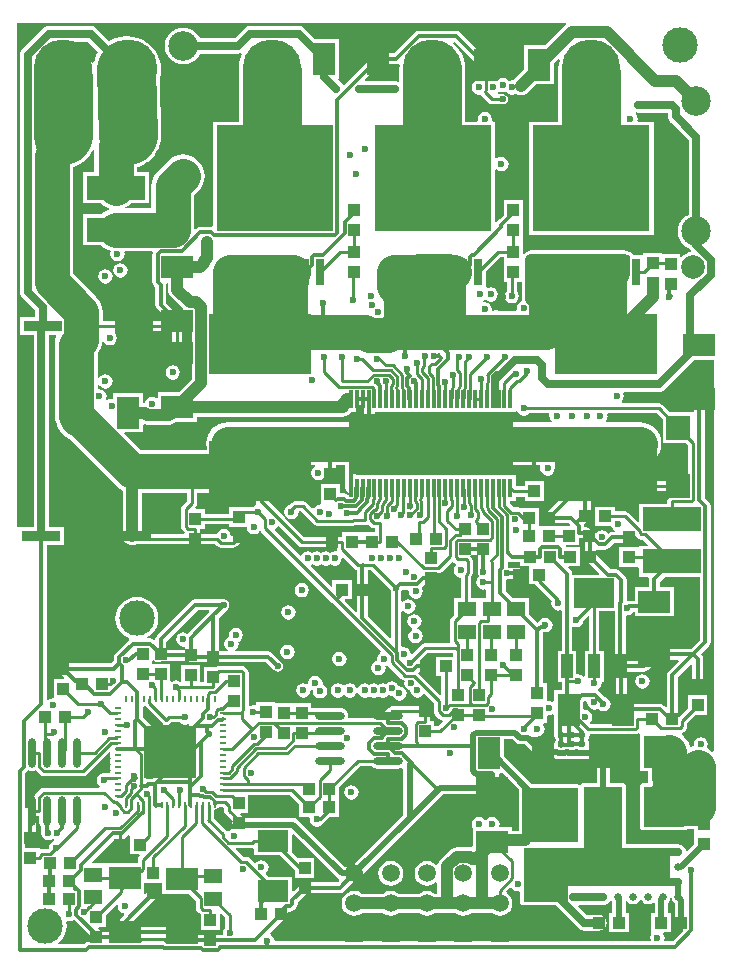
<source format=gbl>
G04 Layer_Physical_Order=4*
G04 Layer_Color=16711680*
%FSLAX25Y25*%
%MOIN*%
G70*
G01*
G75*
%ADD10R,0.04331X0.03937*%
%ADD12R,0.10236X0.07480*%
%ADD16R,0.13780X0.09843*%
%ADD17R,0.03937X0.07874*%
%ADD22R,0.03937X0.04331*%
%ADD23R,0.05906X0.05118*%
%ADD24R,0.07480X0.10630*%
%ADD30R,0.02953X0.08996*%
%ADD31R,0.39154X0.35492*%
%ADD32C,0.01181*%
%ADD33C,0.11811*%
%ADD34C,0.02756*%
%ADD35C,0.00984*%
%ADD36C,0.19685*%
%ADD38C,0.01575*%
%ADD45C,0.11811*%
%ADD46C,0.19685*%
%ADD47C,0.09843*%
%ADD48R,0.05906X0.05906*%
%ADD49C,0.05906*%
%ADD50C,0.07874*%
%ADD51C,0.02362*%
%ADD52C,0.02717*%
%ADD53C,0.03937*%
%ADD54R,0.10630X0.07480*%
%ADD55R,0.34449X0.20472*%
%ADD56O,0.02756X0.09843*%
%ADD57C,0.02480*%
%ADD58R,0.19685X0.07874*%
%ADD59R,0.12598X0.03740*%
%ADD60O,0.09843X0.02756*%
%ADD61R,0.55118X0.20079*%
%ADD62R,0.01181X0.06102*%
%ADD63R,0.07874X0.07874*%
%ADD64O,0.00984X0.02559*%
%ADD65O,0.02559X0.00984*%
%ADD66R,0.17716X0.17716*%
%ADD67C,0.01969*%
%ADD68C,0.00906*%
%ADD69R,0.18500X0.18000*%
%ADD70R,0.13500X0.13500*%
%ADD71R,0.13000X0.21000*%
%ADD72R,0.14500X0.05500*%
%ADD73R,0.48500X0.13000*%
G36*
X179024Y78905D02*
Y74004D01*
X179194D01*
Y72569D01*
X179092Y72055D01*
X179275Y71134D01*
X179680Y70528D01*
X179275Y69922D01*
X179092Y69000D01*
X178852Y68708D01*
X177327D01*
X177291Y68735D01*
X176668Y68993D01*
X176000Y69081D01*
X175594Y69028D01*
X173502Y71120D01*
X173698Y71631D01*
X174422Y71775D01*
X175203Y72297D01*
X175725Y73078D01*
X175909Y74000D01*
X175725Y74922D01*
X175365Y75461D01*
X175632Y75961D01*
X176650D01*
Y78479D01*
X177036Y78796D01*
X177250Y78754D01*
X178171Y78937D01*
X178524Y79172D01*
X179024Y78905D01*
D02*
G37*
G36*
X199322Y95372D02*
X199460Y94680D01*
X199694Y94330D01*
Y81055D01*
X199831Y80364D01*
X200223Y79778D01*
X200778Y79223D01*
X201364Y78831D01*
X202055Y78694D01*
X202746Y78831D01*
X202779Y78853D01*
X205238D01*
X205505Y78353D01*
X205311Y78063D01*
X205181Y77410D01*
Y75799D01*
X191168D01*
X191016Y76299D01*
X191169Y76401D01*
X191691Y77183D01*
X191875Y78104D01*
X191691Y79026D01*
X191169Y79807D01*
X190388Y80329D01*
X189466Y80513D01*
X189253Y80470D01*
X188866Y80787D01*
Y83166D01*
X189266Y83565D01*
X189810D01*
X190127Y83179D01*
X190092Y83000D01*
X190275Y82078D01*
X190797Y81297D01*
X191578Y80775D01*
X192500Y80591D01*
X193422Y80775D01*
X193691Y80955D01*
X193797Y80797D01*
X194578Y80275D01*
X195500Y80092D01*
X196422Y80275D01*
X197203Y80797D01*
X197725Y81578D01*
X197908Y82500D01*
X197725Y83422D01*
X197203Y84203D01*
X196422Y84725D01*
X195682Y84872D01*
X193906Y86649D01*
X193616Y86843D01*
X193645Y87424D01*
X194203Y87797D01*
X194725Y88578D01*
X194908Y89500D01*
X195222Y89882D01*
X195595D01*
Y100118D01*
X194151D01*
Y113307D01*
X199322D01*
Y95372D01*
D02*
G37*
G36*
X220677Y96732D02*
X217223Y93277D01*
X216831Y92691D01*
X216694Y92000D01*
Y81639D01*
X216232Y81447D01*
X215743Y81936D01*
X215157Y82328D01*
X214466Y82465D01*
X203306D01*
Y93194D01*
X209000D01*
X209691Y93331D01*
X210277Y93723D01*
X213748Y97194D01*
X220486D01*
X220677Y96732D01*
D02*
G37*
G36*
X47402Y65178D02*
X47169Y64829D01*
X47031Y64138D01*
X47169Y63446D01*
X47561Y62861D01*
X48147Y62469D01*
X48838Y62331D01*
X49194Y62039D01*
Y61394D01*
X45331Y57531D01*
X43849D01*
X43479Y57458D01*
X42979Y57830D01*
Y65678D01*
X47135D01*
X47402Y65178D01*
D02*
G37*
G36*
X30966Y66290D02*
X31201Y66081D01*
X31089Y65516D01*
X31218Y64863D01*
X31440Y64531D01*
X31218Y64200D01*
X31089Y63547D01*
X31218Y62894D01*
X31440Y62563D01*
X31218Y62232D01*
X31089Y61579D01*
X31218Y60926D01*
X31440Y60594D01*
X31218Y60263D01*
X31089Y59610D01*
X30873Y59348D01*
X29305D01*
X29000Y59408D01*
X28695Y59348D01*
X28642D01*
X27989Y59218D01*
X27435Y58848D01*
X27372Y58753D01*
X27297Y58703D01*
X26775Y57922D01*
X26592Y57000D01*
X26775Y56078D01*
X27297Y55297D01*
X27631Y55074D01*
X27479Y54574D01*
X8977D01*
X8324Y54444D01*
X7771Y54074D01*
X6324Y52627D01*
X5954Y52074D01*
X5824Y51421D01*
Y48902D01*
X5324Y48596D01*
X5000Y48661D01*
X4309Y48523D01*
X3723Y48132D01*
X3306Y47715D01*
X2981Y47792D01*
X2806Y47908D01*
Y59359D01*
X3709Y60261D01*
X3764Y60344D01*
X4332Y60109D01*
X5000Y60021D01*
X5668Y60109D01*
X6291Y60367D01*
X6303Y60376D01*
X6324Y60373D01*
X7771Y58926D01*
X8324Y58556D01*
X8977Y58426D01*
X22132D01*
X22785Y58556D01*
X23339Y58926D01*
X30789Y66376D01*
X30966Y66290D01*
D02*
G37*
G36*
X42904Y81683D02*
X48654Y75933D01*
X49208Y75563D01*
X49861Y75433D01*
X50513Y75563D01*
X51067Y75933D01*
X51428Y76294D01*
X54301D01*
X55078Y75775D01*
X56000Y75591D01*
X56922Y75775D01*
X57197Y75959D01*
X57516Y75571D01*
X50942Y68996D01*
X50707Y69153D01*
X50373Y69219D01*
X50307Y69554D01*
X49915Y70139D01*
X41980Y78075D01*
Y81327D01*
X42342Y81625D01*
X42873Y81730D01*
X42904Y81683D01*
D02*
G37*
G36*
X145233Y98150D02*
X139847D01*
Y91850D01*
X141487D01*
Y85769D01*
X141025Y85578D01*
X133773Y92830D01*
X134116Y93194D01*
X136500D01*
X137191Y93331D01*
X137777Y93723D01*
X138169Y94309D01*
X138306Y95000D01*
X138169Y95691D01*
X137777Y96277D01*
X137191Y96669D01*
X136500Y96806D01*
X134872D01*
X134681Y97268D01*
X136707Y99294D01*
X145233D01*
Y98150D01*
D02*
G37*
G36*
X64139Y113194D02*
X56871Y105925D01*
X56422Y106225D01*
X55500Y106409D01*
X54578Y106225D01*
X53797Y105703D01*
X53275Y104922D01*
X53092Y104000D01*
X53275Y103078D01*
X53797Y102297D01*
X54578Y101775D01*
X55500Y101592D01*
X55807Y101653D01*
X56194Y101335D01*
Y100499D01*
X49806D01*
Y103252D01*
X60248Y113694D01*
X64021D01*
X64139Y113194D01*
D02*
G37*
G36*
X190739Y111673D02*
Y100118D01*
X189295D01*
Y91717D01*
X188795Y91565D01*
X188703Y91703D01*
X187922Y92225D01*
X187000Y92409D01*
X186926Y92394D01*
X186539Y92711D01*
Y100118D01*
X185196D01*
Y107975D01*
X185696Y108251D01*
X186500Y108091D01*
X187422Y108275D01*
X188203Y108797D01*
X188725Y109578D01*
X188907Y110495D01*
X190277Y111864D01*
X190739Y111673D01*
D02*
G37*
G36*
X227727Y103781D02*
X224752Y100806D01*
X213000D01*
X212309Y100669D01*
X211723Y100277D01*
X208252Y96806D01*
X202935D01*
Y111810D01*
X203321Y112127D01*
X203500Y112092D01*
X204422Y112275D01*
X205203Y112797D01*
X205468Y113194D01*
X206004D01*
Y111689D01*
X218996D01*
Y121531D01*
X214306D01*
Y123252D01*
X215936Y124882D01*
X227727D01*
Y103781D01*
D02*
G37*
G36*
X232286Y66785D02*
X231786Y66549D01*
X230951Y67234D01*
X230329Y67567D01*
X230207Y68052D01*
X230225Y68078D01*
X230409Y69000D01*
X230225Y69922D01*
X229703Y70703D01*
X228922Y71225D01*
X228000Y71408D01*
X227078Y71225D01*
X226297Y70703D01*
X225775Y69922D01*
X225591Y69000D01*
X225705Y68431D01*
X225605Y68297D01*
X224482Y67957D01*
X224079Y69285D01*
X223421Y70516D01*
X222535Y71595D01*
X221642Y72328D01*
X221771Y72863D01*
X222324Y73233D01*
X222964Y73873D01*
X223334Y74426D01*
X223464Y75079D01*
Y76051D01*
X226066Y78654D01*
X230150D01*
Y85347D01*
X223850D01*
Y81263D01*
X220806Y78219D01*
X220306Y78426D01*
Y91252D01*
X224732Y95677D01*
X225194Y95486D01*
Y88693D01*
X225331Y88002D01*
X225723Y87416D01*
X226309Y87024D01*
X227000Y86887D01*
X227691Y87024D01*
X228277Y87416D01*
X228669Y88002D01*
X228806Y88693D01*
Y97500D01*
X228669Y98191D01*
X228277Y98777D01*
X228055Y99000D01*
X230810Y101756D01*
X231202Y102342D01*
X231339Y103033D01*
Y148430D01*
X231202Y149121D01*
X230810Y149707D01*
X229306Y151211D01*
Y184000D01*
X229169Y184691D01*
X228777Y185277D01*
X228191Y185669D01*
X227500Y185806D01*
X226809Y185669D01*
X226223Y185277D01*
X225831Y184691D01*
X225694Y184000D01*
Y180087D01*
X225618Y179618D01*
X217794D01*
X215206Y182206D01*
X214653Y182576D01*
X214000Y182706D01*
X201719D01*
X201567Y183206D01*
X201703Y183297D01*
X202225Y184078D01*
X202409Y185000D01*
X202225Y185922D01*
X202188Y185978D01*
X202423Y186419D01*
X214000D01*
X214668Y186507D01*
X215291Y186765D01*
X215825Y187175D01*
X225839Y197189D01*
X232286D01*
Y66785D01*
D02*
G37*
G36*
X13227Y205044D02*
X13224Y204949D01*
X12829Y203648D01*
X12693Y202259D01*
Y178542D01*
X12829Y177152D01*
X13235Y175817D01*
X13529Y175265D01*
X13735Y174588D01*
X14393Y173357D01*
X15278Y172278D01*
X16357Y171393D01*
X17506Y170779D01*
X33320Y154965D01*
X33320Y154965D01*
X34399Y154079D01*
X35323Y153585D01*
Y138500D01*
X35432Y137678D01*
X35749Y136912D01*
X36254Y136254D01*
X36912Y135749D01*
X37678Y135432D01*
X38500Y135323D01*
X39322Y135432D01*
X40088Y135749D01*
X40147Y135794D01*
X66079D01*
X66852Y135020D01*
X67405Y134651D01*
X68058Y134521D01*
X72227D01*
X72880Y134651D01*
X73433Y135020D01*
X75206Y136794D01*
X75576Y137347D01*
X75706Y138000D01*
X75576Y138653D01*
X75206Y139206D01*
X74653Y139576D01*
X74000Y139706D01*
X73347Y139576D01*
X72794Y139206D01*
X71876Y138289D01*
X71503Y138457D01*
X71404Y138524D01*
X71225Y139422D01*
X70703Y140203D01*
X69922Y140725D01*
X69000Y140909D01*
X68078Y140725D01*
X67297Y140203D01*
X66775Y139422D01*
X66732Y139206D01*
X61206D01*
Y140847D01*
X62650D01*
Y142487D01*
X70850D01*
Y141347D01*
X76622D01*
X76775Y140578D01*
X77297Y139797D01*
X78078Y139275D01*
X79000Y139092D01*
X79922Y139275D01*
X80703Y139797D01*
X80830Y139986D01*
X81431D01*
X81520Y139852D01*
X105186Y116186D01*
X121259Y100113D01*
X121196Y99470D01*
X120797Y99203D01*
X120275Y98422D01*
X120091Y97500D01*
X120220Y96853D01*
X119578Y96725D01*
X118797Y96203D01*
X118275Y95422D01*
X118091Y94500D01*
X118275Y93578D01*
X118797Y92797D01*
X119578Y92275D01*
X120500Y92092D01*
X121422Y92275D01*
X122203Y92797D01*
X122725Y93578D01*
X122908Y94500D01*
X122780Y95147D01*
X123422Y95275D01*
X123567Y95372D01*
X123739Y95114D01*
X128114Y90739D01*
X128668Y90369D01*
X129246Y90254D01*
X129092Y89476D01*
X129275Y88554D01*
X129797Y87773D01*
X130578Y87251D01*
X131120Y87143D01*
X131091Y87000D01*
X131275Y86078D01*
X131797Y85297D01*
X132578Y84775D01*
X133500Y84592D01*
X134422Y84775D01*
X135203Y85297D01*
X135496Y85735D01*
X135994Y85784D01*
X139021Y82757D01*
Y80058D01*
X139151Y79405D01*
X139521Y78852D01*
X140852Y77521D01*
X141405Y77151D01*
X141748Y77083D01*
X141912Y76540D01*
X140386Y75013D01*
X139150D01*
Y76653D01*
X137706D01*
Y80000D01*
X137576Y80653D01*
X137206Y81206D01*
X136653Y81576D01*
X136000Y81706D01*
X125146D01*
X124493Y81576D01*
X123939Y81206D01*
X122796Y80063D01*
X122368Y79777D01*
X121977Y79191D01*
X121839Y78500D01*
Y78102D01*
X121339Y77691D01*
X121116Y77736D01*
X110869D01*
X110444Y78236D01*
X110479Y78500D01*
X110391Y79168D01*
X110133Y79791D01*
X109723Y80325D01*
X109188Y80735D01*
X108566Y80993D01*
X107898Y81081D01*
X103982D01*
X103354Y81206D01*
X98150D01*
Y82846D01*
X86150D01*
Y83039D01*
X79850D01*
Y82316D01*
X79350Y81971D01*
X78693Y82101D01*
X77771Y81918D01*
X77708Y81875D01*
X77267Y82111D01*
Y92811D01*
X77137Y93463D01*
X76767Y94017D01*
X76127Y94657D01*
X75574Y95026D01*
X74921Y95156D01*
X67450D01*
X66798Y95026D01*
X66528Y94846D01*
X62350D01*
Y89780D01*
X61150D01*
Y95346D01*
X54850D01*
Y90206D01*
X54350Y89939D01*
X53922Y90225D01*
X53000Y90408D01*
X52078Y90225D01*
X51650Y89939D01*
X51150Y90206D01*
Y95846D01*
X45650D01*
X45150Y95846D01*
Y96873D01*
X45650Y97025D01*
X45723Y96916D01*
X46309Y96524D01*
X47000Y96386D01*
X47691Y96524D01*
X48277Y96916D01*
X48290Y96928D01*
X48500Y96886D01*
X57266D01*
X57809Y96524D01*
X58500Y96386D01*
X83059D01*
X85723Y93723D01*
X86309Y93331D01*
X87000Y93194D01*
X87691Y93331D01*
X88277Y93723D01*
X88669Y94309D01*
X88806Y95000D01*
X88669Y95691D01*
X88277Y96277D01*
X85084Y99470D01*
X84498Y99862D01*
X83807Y99999D01*
X72909D01*
X72758Y100499D01*
X73203Y100797D01*
X73725Y101578D01*
X73909Y102500D01*
X73761Y103243D01*
X73922Y103275D01*
X74703Y103797D01*
X75225Y104578D01*
X75409Y105500D01*
X75225Y106422D01*
X74703Y107203D01*
X73922Y107725D01*
X73000Y107908D01*
X72078Y107725D01*
X71297Y107203D01*
X70775Y106422D01*
X70591Y105500D01*
X70739Y104757D01*
X70578Y104725D01*
X69797Y104203D01*
X69275Y103422D01*
X69091Y102500D01*
X69275Y101578D01*
X69797Y100797D01*
X70242Y100499D01*
X70091Y99999D01*
X67306D01*
Y111252D01*
X70277Y114223D01*
X70669Y114809D01*
X70806Y115500D01*
X70669Y116191D01*
X70277Y116777D01*
X69691Y117169D01*
X69000Y117306D01*
X59500D01*
X58809Y117169D01*
X58223Y116777D01*
X46723Y105277D01*
X46331Y104691D01*
X46207Y104066D01*
X45962Y103921D01*
X45694Y103856D01*
X45153Y104218D01*
X44462Y104355D01*
X43662D01*
X43537Y104855D01*
X43956Y105079D01*
X45035Y105965D01*
X45921Y107044D01*
X46579Y108275D01*
X46984Y109611D01*
X47121Y111000D01*
X46984Y112389D01*
X46579Y113725D01*
X45921Y114956D01*
X45035Y116035D01*
X43956Y116921D01*
X42725Y117579D01*
X41389Y117984D01*
X40000Y118121D01*
X38611Y117984D01*
X37275Y117579D01*
X36044Y116921D01*
X34965Y116035D01*
X34079Y114956D01*
X33421Y113725D01*
X33016Y112389D01*
X32879Y111000D01*
X33016Y109611D01*
X33421Y108275D01*
X34079Y107044D01*
X34965Y105965D01*
X36044Y105079D01*
X37275Y104421D01*
X37426Y104375D01*
X37499Y103881D01*
X37418Y103826D01*
X32851Y99260D01*
X32460Y98674D01*
X32322Y97982D01*
Y96766D01*
X31555Y95999D01*
X15500D01*
X14809Y95862D01*
X14223Y95470D01*
X13831Y94884D01*
X13694Y94193D01*
X13831Y93502D01*
X14223Y92916D01*
X15830Y91308D01*
X15639Y90847D01*
X12350D01*
Y84696D01*
X12000Y84408D01*
X11078Y84225D01*
X10491Y83833D01*
X9991Y84077D01*
Y135449D01*
X15665D01*
Y141551D01*
X10766D01*
Y205449D01*
X12941D01*
X13227Y205044D01*
D02*
G37*
G36*
X124794Y120293D02*
Y104579D01*
X124332Y104387D01*
X116999Y111720D01*
Y120500D01*
Y127021D01*
X118067D01*
X124794Y120293D01*
D02*
G37*
G36*
X33709Y15589D02*
X33591Y15000D01*
X33775Y14078D01*
X34297Y13297D01*
X35078Y12775D01*
X35602Y12671D01*
X35767Y12128D01*
X34723Y11084D01*
X34331Y10498D01*
X34194Y9807D01*
Y7063D01*
X33744Y6613D01*
X28184D01*
X28169Y6691D01*
X27777Y7277D01*
X27214Y7654D01*
X27207Y7691D01*
X27378Y8153D01*
X29650D01*
Y12237D01*
X33248Y15835D01*
X33709Y15589D01*
D02*
G37*
G36*
X24694Y4898D02*
Y4807D01*
X24831Y4116D01*
X25071Y3757D01*
X24803Y3258D01*
X24038D01*
X23347Y3120D01*
X22761Y2729D01*
X22339Y2306D01*
X13912D01*
X13733Y2806D01*
X14535Y3465D01*
X15421Y4544D01*
X16079Y5775D01*
X16484Y7111D01*
X16621Y8500D01*
X16495Y9782D01*
X16695Y10047D01*
X16910Y10209D01*
X17500Y10091D01*
X18422Y10275D01*
X18958Y10633D01*
X24694Y4898D01*
D02*
G37*
G36*
X106895Y24439D02*
X107364Y24126D01*
X107464Y23518D01*
X106988Y23043D01*
X96000D01*
X95309Y22905D01*
X94723Y22513D01*
X92261Y20052D01*
X91799Y20243D01*
Y24921D01*
X83773D01*
X82999Y25696D01*
X83048Y26193D01*
X83203Y26297D01*
X83725Y27078D01*
X83908Y28000D01*
X83725Y28922D01*
X83203Y29703D01*
X82422Y30225D01*
X81500Y30408D01*
X80578Y30225D01*
X79797Y29703D01*
X79693Y29548D01*
X79196Y29499D01*
X77648Y31047D01*
X77095Y31416D01*
X76442Y31546D01*
X75411D01*
X72899Y34059D01*
X73090Y34521D01*
X78500D01*
X78701Y34561D01*
X79201Y34150D01*
Y32008D01*
X87867D01*
X92850Y27024D01*
Y24583D01*
X99150D01*
Y31276D01*
X93708D01*
X91799Y33184D01*
Y38881D01*
X92261Y39072D01*
X106895Y24439D01*
D02*
G37*
G36*
X55108Y3338D02*
X54917Y2876D01*
X49891D01*
X49452Y3169D01*
X48761Y3306D01*
X41924D01*
X41342Y3191D01*
X36137D01*
X35930Y3691D01*
X36748Y4509D01*
X53937D01*
X55108Y3338D01*
D02*
G37*
G36*
X218460Y17255D02*
X218939Y16539D01*
X219292Y16185D01*
Y9500D01*
X219460Y8655D01*
X219939Y7939D01*
X220655Y7460D01*
X221500Y7292D01*
X221935Y7379D01*
X222181Y6918D01*
X218569Y3306D01*
X216099D01*
X215771Y3806D01*
X215909Y4500D01*
X215725Y5422D01*
X215439Y5850D01*
X215706Y6350D01*
X218154D01*
Y12650D01*
X217015D01*
Y16200D01*
X217246Y16354D01*
X217781Y17155D01*
X217876Y17632D01*
X218385D01*
X218460Y17255D01*
D02*
G37*
G36*
X48504Y19189D02*
X57509D01*
X59749Y16949D01*
Y14489D01*
X59879Y13836D01*
X60249Y13282D01*
X60888Y12642D01*
X61350Y12334D01*
Y7153D01*
X67650D01*
Y12285D01*
X68111Y12476D01*
X69294Y11293D01*
Y7699D01*
X68775Y6922D01*
X68591Y6000D01*
X68627Y5821D01*
X68310Y5435D01*
X65253D01*
X65191Y5476D01*
X64500Y5613D01*
X57941D01*
X55962Y7592D01*
X55376Y7984D01*
X54685Y8121D01*
X37806D01*
Y9059D01*
X46777Y18030D01*
X47169Y18616D01*
X47306Y19307D01*
X47169Y19998D01*
X46777Y20584D01*
X46191Y20976D01*
X45500Y21113D01*
X44809Y20976D01*
X44223Y20584D01*
X42893Y19254D01*
X42496Y19565D01*
Y22654D01*
X48504D01*
Y19189D01*
D02*
G37*
G36*
X207689Y72442D02*
Y60004D01*
X210379D01*
Y58000D01*
X210507Y56704D01*
X210409Y56502D01*
X210117Y56204D01*
X209000D01*
X208539Y56113D01*
X208149Y55852D01*
X207887Y55461D01*
X207796Y55000D01*
Y41500D01*
X207887Y41039D01*
X208149Y40648D01*
X208539Y40387D01*
X209000Y40296D01*
X222500D01*
X222961Y40387D01*
X223352Y40648D01*
X223382Y40694D01*
X225850D01*
Y39654D01*
X225850Y39154D01*
X225850D01*
Y39154D01*
X225850D01*
Y35780D01*
X223537Y33467D01*
X223009Y33646D01*
X222993Y33768D01*
X222735Y34391D01*
X222325Y34925D01*
X221791Y35335D01*
X221168Y35593D01*
X220500Y35681D01*
X217616D01*
X217500Y35704D01*
X203204D01*
Y55000D01*
X203113Y55461D01*
X202852Y55852D01*
X202461Y56113D01*
X202000Y56204D01*
X197708D01*
Y64174D01*
X197735Y64209D01*
X197993Y64832D01*
X198081Y65500D01*
X197993Y66168D01*
X197735Y66791D01*
X197325Y67325D01*
X196325Y68325D01*
X195791Y68735D01*
X195168Y68993D01*
X194500Y69081D01*
X193832Y68993D01*
X193209Y68735D01*
X192828Y68442D01*
X191192D01*
X190875Y68829D01*
X190909Y69000D01*
X190725Y69922D01*
X190320Y70528D01*
X190725Y71134D01*
X190909Y72055D01*
X191181Y72387D01*
X206248D01*
X206901Y72517D01*
X207189Y72710D01*
X207689Y72442D01*
D02*
G37*
G36*
X167296Y53988D02*
Y40245D01*
X164996D01*
Y41421D01*
X161176D01*
X160793Y41921D01*
X160908Y42500D01*
X160725Y43422D01*
X160203Y44203D01*
X159422Y44725D01*
X158500Y44908D01*
X157578Y44725D01*
X156797Y44203D01*
X156551Y43834D01*
X155949D01*
X155703Y44203D01*
X154922Y44725D01*
X154000Y44908D01*
X153078Y44725D01*
X152297Y44203D01*
X151775Y43422D01*
X151592Y42500D01*
X151775Y41578D01*
X152004Y41236D01*
Y35092D01*
X151504Y34653D01*
X151162Y34698D01*
X146588D01*
X145766Y34590D01*
X145000Y34272D01*
X144342Y33768D01*
X141107Y30533D01*
X140603Y29875D01*
X140285Y29109D01*
X140266Y28967D01*
X139784Y28837D01*
X139698Y28948D01*
X138835Y29611D01*
X137829Y30027D01*
X136750Y30169D01*
X135671Y30027D01*
X134665Y29611D01*
X133802Y28948D01*
X133139Y28085D01*
X132723Y27079D01*
X132580Y26000D01*
X132723Y24921D01*
X133139Y23915D01*
X133802Y23052D01*
X134665Y22389D01*
X135671Y21973D01*
X136750Y21831D01*
X137829Y21973D01*
X138835Y22389D01*
X139677Y23035D01*
X139853Y23008D01*
X140177Y22898D01*
Y19177D01*
X139400D01*
X138835Y19611D01*
X137829Y20027D01*
X136750Y20169D01*
X135671Y20027D01*
X134665Y19611D01*
X134099Y19177D01*
X127276D01*
X126710Y19611D01*
X125704Y20027D01*
X124625Y20169D01*
X123546Y20027D01*
X122540Y19611D01*
X121975Y19177D01*
X115150D01*
X114585Y19611D01*
X113579Y20027D01*
X112500Y20169D01*
X111421Y20027D01*
X110415Y19611D01*
X109552Y18948D01*
X108889Y18085D01*
X108473Y17079D01*
X108331Y16000D01*
X108473Y14921D01*
X108889Y13915D01*
X109552Y13052D01*
X110415Y12389D01*
X111421Y11972D01*
X112500Y11830D01*
X113579Y11972D01*
X114585Y12389D01*
X115150Y12823D01*
X121975D01*
X122540Y12389D01*
X123546Y11972D01*
X124625Y11830D01*
X125704Y11972D01*
X126710Y12389D01*
X127276Y12823D01*
X134099D01*
X134665Y12389D01*
X135671Y11972D01*
X136750Y11830D01*
X137829Y11972D01*
X138835Y12389D01*
X139400Y12823D01*
X146224D01*
X146790Y12389D01*
X147796Y11972D01*
X148875Y11830D01*
X149954Y11972D01*
X150960Y12389D01*
X151525Y12823D01*
X158350D01*
X158915Y12389D01*
X159921Y11972D01*
X161000Y11830D01*
X162079Y11972D01*
X163085Y12389D01*
X163948Y13052D01*
X164611Y13915D01*
X165027Y14921D01*
X165170Y16000D01*
X165027Y17079D01*
X164611Y18085D01*
X163948Y18948D01*
X163292Y19452D01*
X163193Y20060D01*
X164389Y21256D01*
X165033Y21192D01*
X165297Y20797D01*
X166078Y20275D01*
X167000Y20091D01*
X167409Y20173D01*
X167796Y19856D01*
Y16500D01*
X167887Y16039D01*
X168149Y15649D01*
X168539Y15387D01*
X169000Y15296D01*
X179654D01*
X187275Y7675D01*
X187809Y7265D01*
X188432Y7007D01*
X189100Y6919D01*
X194000D01*
X194668Y7007D01*
X195291Y7265D01*
X195825Y7675D01*
X196235Y8209D01*
X196493Y8832D01*
X196581Y9500D01*
X196493Y10168D01*
X196235Y10791D01*
X195825Y11325D01*
X195291Y11735D01*
X194668Y11993D01*
X194000Y12081D01*
X190169D01*
X187193Y15057D01*
X187385Y15519D01*
X195500D01*
X196168Y15607D01*
X196791Y15865D01*
X197325Y16275D01*
X197665Y16718D01*
X198061Y16782D01*
X198252Y16766D01*
X198485Y16526D01*
Y12650D01*
X197346D01*
Y6350D01*
X204039D01*
Y12650D01*
X202901D01*
Y16732D01*
X203401Y16884D01*
X203754Y16354D01*
X204555Y15819D01*
X205500Y15631D01*
X206445Y15819D01*
X207246Y16354D01*
X207726Y17073D01*
X207994Y17118D01*
X208006D01*
X208274Y17073D01*
X208754Y16354D01*
X209555Y15819D01*
X210500Y15631D01*
X211445Y15819D01*
X212099Y16257D01*
X212599Y16052D01*
Y12650D01*
X211461D01*
Y6350D01*
X211461Y6350D01*
X211461D01*
X211561Y5850D01*
X211275Y5422D01*
X211091Y4500D01*
X211229Y3806D01*
X210901Y3306D01*
X86067D01*
X85909Y3500D01*
X85725Y4422D01*
X85203Y5203D01*
X84619Y5593D01*
X84499Y6181D01*
X89470Y11152D01*
X89862Y11738D01*
X89999Y12429D01*
Y12681D01*
X90581Y13263D01*
X91111D01*
X91803Y13400D01*
X92388Y13792D01*
X93086Y14489D01*
X93477Y15075D01*
X93615Y15767D01*
Y16297D01*
X96748Y19430D01*
X107736D01*
X108428Y19567D01*
X109013Y19959D01*
X112933Y23878D01*
X113345Y23960D01*
X114061Y24439D01*
X132561Y42939D01*
X142025Y52403D01*
X158500D01*
X159345Y52571D01*
X160061Y53049D01*
X160540Y53765D01*
X160708Y54610D01*
Y59101D01*
X160705Y59117D01*
X161022Y59504D01*
X161780D01*
X167296Y53988D01*
D02*
G37*
G36*
X118277Y61675D02*
X118812Y61265D01*
X119434Y61007D01*
X120102Y60919D01*
X127189D01*
X127857Y61007D01*
X128292Y61187D01*
X128792Y60924D01*
Y45415D01*
X111585Y28208D01*
X109370D01*
X93764Y43815D01*
X93047Y44293D01*
X92202Y44461D01*
X75514D01*
X75206Y44921D01*
X74436Y45692D01*
X74627Y46154D01*
X77150D01*
Y51999D01*
X91089D01*
X94153Y48934D01*
Y44850D01*
X97367D01*
X97684Y44464D01*
X97592Y44000D01*
X97775Y43078D01*
X98297Y42297D01*
X99078Y41775D01*
X100000Y41592D01*
X100922Y41775D01*
X101703Y42297D01*
X101897Y42587D01*
X102206Y42794D01*
X104263Y44850D01*
X107539D01*
Y50850D01*
Y54934D01*
X114400Y61794D01*
X118186D01*
X118277Y61675D01*
D02*
G37*
G36*
X166293Y69674D02*
X167010Y69195D01*
X167855Y69027D01*
X169351D01*
X173001Y65377D01*
X173007Y65332D01*
X173265Y64709D01*
X173675Y64175D01*
X174209Y63765D01*
X174832Y63507D01*
X175500Y63419D01*
X176168Y63507D01*
X176791Y63765D01*
X177325Y64175D01*
X177443Y64292D01*
X179364D01*
X179510Y64195D01*
X180355Y64027D01*
X182645D01*
X183250Y64147D01*
X183855Y64027D01*
X186145D01*
X186500Y64097D01*
X186855Y64027D01*
X193292D01*
Y56204D01*
X189000D01*
X188539Y56113D01*
X188148Y55852D01*
X187887Y55461D01*
X187461Y55613D01*
X187000Y55704D01*
X171824D01*
X162311Y65217D01*
Y70691D01*
X165276D01*
X166293Y69674D01*
D02*
G37*
G36*
X37654Y38512D02*
Y32350D01*
X40784D01*
X40976Y31888D01*
X40858Y31771D01*
X40488Y31217D01*
X40359Y30565D01*
Y29346D01*
X25253D01*
X25061Y29808D01*
X32139Y36886D01*
X32601Y36695D01*
Y35500D01*
X32731Y34847D01*
X33101Y34294D01*
X33654Y33924D01*
X34307Y33794D01*
X34960Y33924D01*
X35513Y34294D01*
X35883Y34847D01*
X36013Y35500D01*
Y37732D01*
X36474Y38040D01*
X37203Y38769D01*
X37654Y38512D01*
D02*
G37*
G36*
X7419Y43311D02*
X7507Y42643D01*
X7765Y42020D01*
X8175Y41486D01*
X8194Y41471D01*
Y40013D01*
X8091Y39500D01*
X8275Y38578D01*
X8797Y37797D01*
X9578Y37275D01*
X10500Y37091D01*
X11422Y37275D01*
X12000Y37661D01*
X12510Y37321D01*
X12519Y37042D01*
X12457Y36800D01*
X12078Y36725D01*
X11297Y36203D01*
X10775Y35422D01*
X10593Y34505D01*
X10334Y34247D01*
X8496D01*
X8150Y34178D01*
X7650Y34347D01*
Y34346D01*
X2806D01*
Y36139D01*
X2997Y36265D01*
X3306Y36360D01*
X3809Y36024D01*
X4500Y35886D01*
X5191Y36024D01*
X5777Y36416D01*
X6169Y37002D01*
X6306Y37693D01*
Y45148D01*
X7419D01*
Y43311D01*
D02*
G37*
G36*
X69067Y47735D02*
Y46942D01*
X69197Y46289D01*
X69567Y45735D01*
X71909Y43393D01*
X71792Y42807D01*
X71960Y41962D01*
X72344Y41387D01*
X72231Y40961D01*
X72141Y40837D01*
X71578Y40725D01*
X70797Y40203D01*
X70671Y40015D01*
X70070Y40015D01*
X69933Y40220D01*
X65701Y44452D01*
Y47221D01*
X65764Y47273D01*
X66417Y47403D01*
X66970Y47772D01*
X67265Y48067D01*
X68735D01*
X69067Y47735D01*
D02*
G37*
G36*
X109544Y154500D02*
X109681Y153809D01*
X110073Y153223D01*
X110659Y152831D01*
X111325Y152699D01*
Y152065D01*
X110321D01*
X110260Y152126D01*
X109674Y152518D01*
X108982Y152655D01*
X107650D01*
Y155654D01*
X101350D01*
Y149349D01*
X101000Y148908D01*
X100078Y148725D01*
X99297Y148203D01*
X99041Y147819D01*
X98397Y147756D01*
X96576Y149576D01*
X96023Y149946D01*
X95370Y150076D01*
X92870D01*
X92217Y149946D01*
X91664Y149577D01*
X90871Y148783D01*
X90578Y148725D01*
X89797Y148203D01*
X89275Y147422D01*
X89091Y146500D01*
X89275Y145578D01*
X89745Y144875D01*
X89356Y144556D01*
X82906Y151007D01*
Y153112D01*
X83925Y153421D01*
X85156Y154079D01*
X86235Y154965D01*
X87121Y156044D01*
X87779Y157275D01*
X88184Y158611D01*
X88321Y160000D01*
Y162143D01*
X99311D01*
X99455Y161643D01*
X98797Y161203D01*
X98275Y160422D01*
X98092Y159500D01*
X98275Y158578D01*
X98797Y157797D01*
X99578Y157275D01*
X100500Y157091D01*
X101422Y157275D01*
X102203Y157797D01*
X102403Y158096D01*
X102989Y158073D01*
X103223Y157723D01*
X103809Y157331D01*
X104500Y157194D01*
X105191Y157331D01*
X105777Y157723D01*
X106169Y158309D01*
X106306Y159000D01*
Y162143D01*
X109544D01*
Y154500D01*
D02*
G37*
G36*
X189355Y160000D02*
X189453Y159007D01*
X176223Y145777D01*
X175831Y145191D01*
X175694Y144500D01*
X175831Y143809D01*
X176223Y143223D01*
X176809Y142831D01*
X177500Y142694D01*
X183945D01*
X184527Y142112D01*
X184335Y141650D01*
X174193D01*
X174153Y142133D01*
Y147650D01*
X167893D01*
X167595Y147849D01*
X166942Y147979D01*
X165545D01*
X164237Y149287D01*
Y150268D01*
X166271D01*
Y151601D01*
X169350D01*
Y149961D01*
X175650D01*
Y156653D01*
X169350D01*
Y155013D01*
X166399D01*
X166271Y155141D01*
Y158732D01*
X113157D01*
Y162143D01*
X170694D01*
Y160000D01*
X170831Y159309D01*
X171223Y158723D01*
X171809Y158331D01*
X172500Y158194D01*
X173191Y158331D01*
X173777Y158723D01*
X174169Y159309D01*
X174306Y160000D01*
X174584Y160047D01*
X174806Y160031D01*
X175297Y159297D01*
X176078Y158775D01*
X177000Y158591D01*
X177922Y158775D01*
X178703Y159297D01*
X179225Y160078D01*
X179409Y161000D01*
X179281Y161643D01*
X179633Y162143D01*
X189355D01*
Y160000D01*
D02*
G37*
G36*
X115637Y176854D02*
X115654Y176771D01*
X115336Y176385D01*
X112519D01*
X111759Y176310D01*
X111000Y176385D01*
X70236D01*
X68847Y176248D01*
X67511Y175843D01*
X66280Y175185D01*
X65201Y174299D01*
X64315Y173220D01*
X63657Y171989D01*
X63252Y170653D01*
X63115Y169264D01*
X63252Y167875D01*
X63359Y167523D01*
X63061Y167121D01*
X41304D01*
X35883Y172542D01*
X36075Y173004D01*
X42031D01*
Y175478D01*
X42447Y175755D01*
X42625Y175682D01*
X43447Y175574D01*
X50861D01*
X51683Y175682D01*
X52449Y175999D01*
X53061Y176469D01*
X59996D01*
Y178213D01*
X108713D01*
X109535Y178321D01*
X110301Y178639D01*
X110959Y179143D01*
X111459Y179795D01*
X113122D01*
Y182032D01*
X113319Y182194D01*
X113457Y182221D01*
X115637D01*
Y176854D01*
D02*
G37*
G36*
X215382Y177206D02*
Y169382D01*
X223205D01*
X223823Y168764D01*
Y151677D01*
X218500D01*
X217847Y151547D01*
X217294Y151177D01*
X216924Y150624D01*
X216794Y149971D01*
Y149118D01*
X207476D01*
Y143268D01*
X207014Y143077D01*
X203885Y146206D01*
X203331Y146576D01*
X202678Y146706D01*
X199539D01*
Y148150D01*
X192847D01*
Y141850D01*
X198221D01*
X198275Y141578D01*
X198797Y140797D01*
X199137Y140570D01*
X199256Y139890D01*
X199195Y139806D01*
X198354D01*
X197663Y139669D01*
X197077Y139277D01*
X196981Y139287D01*
X196703Y139703D01*
X195922Y140225D01*
X195000Y140409D01*
X194078Y140225D01*
X193297Y139703D01*
X193042Y139321D01*
X192510Y139280D01*
X192435Y139313D01*
X190928Y140820D01*
X190342Y141211D01*
X189650Y141349D01*
X189162D01*
Y141837D01*
X189025Y142528D01*
X188971Y142609D01*
X189569Y143207D01*
X190191Y143331D01*
X190777Y143723D01*
X191169Y144309D01*
X191306Y145000D01*
Y152276D01*
X192904Y153874D01*
X193751Y153421D01*
X195086Y153016D01*
X196476Y152879D01*
X197865Y153016D01*
X199201Y153421D01*
X200140Y153923D01*
X200269Y153794D01*
X200823Y153424D01*
X201476Y153294D01*
X220500D01*
X221153Y153424D01*
X221706Y153794D01*
X222076Y154347D01*
X222206Y155000D01*
X222076Y155653D01*
X221706Y156206D01*
X221153Y156576D01*
X220500Y156706D01*
X203237D01*
X202980Y157135D01*
X203054Y157275D01*
X203460Y158611D01*
X203596Y160000D01*
Y162143D01*
X207764D01*
X209153Y162280D01*
X210489Y162685D01*
X211720Y163343D01*
X212799Y164228D01*
X213685Y165308D01*
X214343Y166539D01*
X214748Y167875D01*
X214885Y169264D01*
X214748Y170653D01*
X214343Y171989D01*
X213685Y173220D01*
X212799Y174299D01*
X211720Y175185D01*
X210489Y175843D01*
X209153Y176248D01*
X207764Y176385D01*
X196417D01*
X196262Y176885D01*
X196725Y177578D01*
X196908Y178500D01*
X196827Y178908D01*
X197145Y179294D01*
X213293D01*
X215382Y177206D01*
D02*
G37*
G36*
X56794Y150218D02*
X55233Y148657D01*
X54863Y148103D01*
X54733Y147450D01*
Y141575D01*
X54863Y140922D01*
X55233Y140369D01*
X55873Y139729D01*
X55907Y139706D01*
X55756Y139206D01*
X41677D01*
Y152879D01*
X56794D01*
Y150218D01*
D02*
G37*
G36*
X99000Y142327D02*
X99554Y141958D01*
X100207Y141828D01*
X112034D01*
X112687Y141958D01*
X112781Y142021D01*
X115942D01*
X116595Y142151D01*
X117000Y142421D01*
X117901Y141520D01*
X118454Y141151D01*
X119107Y141021D01*
X119487D01*
Y139650D01*
X108346D01*
Y138206D01*
X95707D01*
X89556Y144357D01*
X89875Y144745D01*
X90578Y144275D01*
X91500Y144091D01*
X92422Y144275D01*
X93203Y144797D01*
X93725Y145578D01*
X93909Y146500D01*
X94043Y146664D01*
X94664D01*
X99000Y142327D01*
D02*
G37*
G36*
X79494Y150300D02*
X79624Y149647D01*
X79862Y149291D01*
X79683Y148746D01*
X79578Y148725D01*
X78801Y148206D01*
X75807D01*
X75154Y148076D01*
X75099Y148039D01*
X70850D01*
Y145899D01*
X62650D01*
Y147539D01*
X59594D01*
X59403Y148001D01*
X59706Y148305D01*
X60076Y148858D01*
X60206Y149511D01*
Y152879D01*
X79494D01*
Y150300D01*
D02*
G37*
G36*
X166775Y180078D02*
X167297Y179297D01*
X168078Y178775D01*
X169000Y178592D01*
X169922Y178775D01*
X170699Y179294D01*
X177235D01*
X177553Y178908D01*
X177491Y178600D01*
X177675Y177678D01*
X178197Y176897D01*
X178247Y176863D01*
X178102Y176385D01*
X119744D01*
X119427Y176771D01*
X119443Y176854D01*
X119306Y177546D01*
X119250Y177630D01*
Y179795D01*
X166271D01*
Y180046D01*
X166771Y180095D01*
X166775Y180078D01*
D02*
G37*
G36*
X127178Y295817D02*
X127564Y295548D01*
X127442Y294000D01*
Y290214D01*
X126942Y289880D01*
X126668Y289993D01*
X126000Y290081D01*
X116157D01*
X115965Y290543D01*
X121116Y295694D01*
X126397D01*
X127088Y295831D01*
X127094Y295835D01*
X127178Y295817D01*
D02*
G37*
G36*
X183194Y309000D02*
X182864Y308746D01*
X176114Y301996D01*
X169189D01*
Y294182D01*
X165754Y290746D01*
X165429Y290323D01*
X165000Y290408D01*
X164078Y290225D01*
X163924Y290122D01*
X163703Y290453D01*
X162922Y290975D01*
X162000Y291158D01*
X161078Y290975D01*
X160297Y290453D01*
X159983Y289982D01*
X159619Y290225D01*
X158697Y290408D01*
X158366Y290342D01*
X157979Y290660D01*
Y295227D01*
X157849Y295880D01*
X157681Y296132D01*
X157669Y296191D01*
X157277Y296777D01*
X147744Y306310D01*
X147158Y306702D01*
X146467Y306839D01*
X133930D01*
X133239Y306702D01*
X132653Y306310D01*
X125649Y299306D01*
X120368D01*
X119676Y299169D01*
X119090Y298777D01*
X109190Y288877D01*
X108588Y288982D01*
X108325Y289325D01*
X107108Y290542D01*
X107300Y291004D01*
X107311D01*
Y303996D01*
X99544D01*
X95894Y307646D01*
X95360Y308056D01*
X94737Y308314D01*
X94069Y308402D01*
X77820D01*
X77152Y308314D01*
X76530Y308056D01*
X75995Y307646D01*
X72738Y304388D01*
X61040D01*
X60598Y305214D01*
X59836Y306143D01*
X58907Y306906D01*
X57847Y307472D01*
X56696Y307821D01*
X55500Y307939D01*
X54304Y307821D01*
X53153Y307472D01*
X52093Y306906D01*
X51164Y306143D01*
X50402Y305214D01*
X49835Y304154D01*
X49486Y303003D01*
X49368Y301807D01*
X49486Y300611D01*
X49835Y299461D01*
X50402Y298400D01*
X51164Y297471D01*
X52093Y296709D01*
X53153Y296142D01*
X54304Y295793D01*
X55500Y295675D01*
X56696Y295793D01*
X57847Y296142D01*
X58907Y296709D01*
X59836Y297471D01*
X60598Y298400D01*
X61040Y299226D01*
X73807D01*
X74475Y299314D01*
X74832Y299462D01*
X75173Y299062D01*
X75147Y299020D01*
X74484Y297417D01*
X74078Y295730D01*
X73942Y294000D01*
X73982Y293500D01*
X73942Y293000D01*
Y276589D01*
X65242D01*
Y241773D01*
X64856Y241456D01*
X64808Y241465D01*
X61194D01*
X60503Y241328D01*
X59917Y240936D01*
X59621Y240640D01*
X59121Y240847D01*
Y252050D01*
X60535Y253465D01*
X61421Y254544D01*
X62079Y255775D01*
X62484Y257111D01*
X62621Y258500D01*
X62484Y259889D01*
X62079Y261225D01*
X61421Y262456D01*
X60535Y263535D01*
X59456Y264421D01*
X58225Y265079D01*
X56889Y265484D01*
X55500Y265621D01*
X54111Y265484D01*
X52775Y265079D01*
X51544Y264421D01*
X50465Y263535D01*
X46965Y260035D01*
X46079Y258956D01*
X45421Y257725D01*
X45016Y256389D01*
X44879Y255000D01*
Y247621D01*
X36224D01*
X36099Y248121D01*
X36956Y248579D01*
X37934Y249382D01*
X44024D01*
Y259618D01*
X40121D01*
Y261412D01*
X40417Y261484D01*
X40533Y261532D01*
X40655Y261564D01*
X41334Y261863D01*
X42020Y262147D01*
X42127Y262213D01*
X42243Y262264D01*
X42867Y262666D01*
X43500Y263054D01*
X43595Y263136D01*
X43701Y263204D01*
X44254Y263699D01*
X44819Y264181D01*
X44901Y264277D01*
X44995Y264361D01*
X45464Y264936D01*
X45946Y265500D01*
X46012Y265608D01*
X46091Y265705D01*
X46465Y266347D01*
X46852Y266980D01*
X46901Y267096D01*
X46964Y267205D01*
X47232Y267897D01*
X47517Y268583D01*
X47546Y268705D01*
X47591Y268823D01*
X47748Y269548D01*
X47922Y270270D01*
X47932Y270396D01*
X47958Y270519D01*
X48000Y271260D01*
X48058Y272000D01*
X48048Y272126D01*
X48055Y272251D01*
X47628Y291046D01*
X47922Y292270D01*
X48058Y294000D01*
X47922Y295730D01*
X47517Y297417D01*
X46852Y299020D01*
X45946Y300500D01*
X44819Y301819D01*
X43500Y302946D01*
X42020Y303853D01*
X40417Y304517D01*
X38730Y304922D01*
X37000Y305058D01*
X36667Y305031D01*
X36249Y305055D01*
X34523Y304879D01*
X32845Y304436D01*
X31257Y303736D01*
X30745Y303405D01*
X26505Y307646D01*
X25970Y308056D01*
X25348Y308314D01*
X24679Y308402D01*
X10604D01*
X9936Y308314D01*
X9313Y308056D01*
X8779Y307646D01*
X1854Y300721D01*
X1444Y300187D01*
X1186Y299564D01*
X1098Y298896D01*
Y219820D01*
X1186Y219152D01*
X1444Y218530D01*
X1854Y217995D01*
X6104Y213746D01*
Y211551D01*
X1205D01*
Y205449D01*
X5604D01*
Y141551D01*
X705D01*
Y141551D01*
X214Y141574D01*
Y309500D01*
X183025D01*
X183194Y309000D01*
D02*
G37*
G36*
X27095Y299755D02*
X26536Y298795D01*
X25909Y297177D01*
X25732Y296358D01*
X25201Y296268D01*
X24446Y297500D01*
X23319Y298819D01*
X22000Y299946D01*
X20520Y300852D01*
X18917Y301517D01*
X17230Y301922D01*
X15500Y302058D01*
X13770Y301922D01*
X12083Y301517D01*
X10480Y300852D01*
X9223Y300082D01*
X8911Y300478D01*
X11673Y303239D01*
X23610D01*
X27095Y299755D01*
D02*
G37*
G36*
X154567Y294378D02*
Y290690D01*
X154181Y290372D01*
X154000Y290408D01*
X153078Y290225D01*
X152297Y289703D01*
X151775Y288922D01*
X151592Y288000D01*
X151775Y287078D01*
X152297Y286297D01*
X153078Y285775D01*
X154000Y285592D01*
X154525Y285696D01*
X154794Y285294D01*
X157294Y282794D01*
X157847Y282424D01*
X158500Y282294D01*
X162000D01*
X162653Y282424D01*
X163206Y282794D01*
X163576Y283347D01*
X163706Y284000D01*
X163576Y284653D01*
X163206Y285206D01*
X162653Y285576D01*
X162000Y285706D01*
X160416D01*
X160264Y286206D01*
X160400Y286297D01*
X160715Y286767D01*
X161078Y286525D01*
X162000Y286341D01*
X162922Y286525D01*
X163076Y286628D01*
X163297Y286297D01*
X164078Y285775D01*
X165000Y285592D01*
X165922Y285775D01*
X166165Y285938D01*
X166412Y285749D01*
X167178Y285432D01*
X168000Y285323D01*
X168822Y285432D01*
X169588Y285749D01*
X170246Y286254D01*
X172997Y289004D01*
X179032D01*
Y295929D01*
X180453Y297350D01*
X180907Y297097D01*
X180578Y295730D01*
X180442Y294000D01*
X180501Y293250D01*
X180442Y292500D01*
Y276589D01*
X170742D01*
Y238734D01*
X212258D01*
Y276589D01*
X207121D01*
X206804Y276975D01*
X206908Y277500D01*
X206725Y278422D01*
X206243Y279144D01*
X206352Y279637D01*
X206360Y279658D01*
X206392Y279679D01*
X207000Y279598D01*
X217020D01*
Y278399D01*
X217108Y277731D01*
X217366Y277109D01*
X217776Y276574D01*
X218175Y276175D01*
X218175Y276175D01*
X223919Y270431D01*
Y245540D01*
X223093Y245098D01*
X222164Y244336D01*
X221402Y243407D01*
X220835Y242347D01*
X220486Y241196D01*
X220368Y240000D01*
X220486Y238804D01*
X220835Y237653D01*
X221402Y236593D01*
X222164Y235664D01*
X223093Y234901D01*
X224153Y234335D01*
X224157Y234334D01*
X224265Y234074D01*
X224662Y233556D01*
X224636Y233307D01*
X224544Y233036D01*
X224164Y232986D01*
X222919Y232471D01*
X221850Y231650D01*
X221623Y231355D01*
X221150Y231516D01*
Y232539D01*
X215150D01*
Y232846D01*
X208850D01*
Y232179D01*
X205503D01*
X205502Y232182D01*
X205110Y232769D01*
X204524Y233160D01*
X204023Y233260D01*
X203277Y233569D01*
X202455Y233677D01*
X171500D01*
X170678Y233569D01*
X169912Y233251D01*
X169254Y232746D01*
X169150Y232611D01*
X168650Y232780D01*
Y236539D01*
X168650D01*
Y236961D01*
X168650D01*
Y243653D01*
X168650D01*
Y243654D01*
X168650D01*
Y250346D01*
X162350D01*
Y245530D01*
X161064Y244243D01*
X161064Y244243D01*
X160160Y243340D01*
X160008Y243111D01*
X159508Y243263D01*
Y260398D01*
X160008Y260656D01*
X160578Y260275D01*
X161500Y260091D01*
X162422Y260275D01*
X163203Y260797D01*
X163725Y261578D01*
X163909Y262500D01*
X163725Y263422D01*
X163203Y264203D01*
X162422Y264725D01*
X161500Y264909D01*
X160578Y264725D01*
X160008Y264344D01*
X159508Y264602D01*
Y276589D01*
X158621D01*
X158304Y276975D01*
X158408Y277500D01*
X158225Y278422D01*
X157703Y279203D01*
X156922Y279725D01*
X156000Y279908D01*
X155078Y279725D01*
X154297Y279203D01*
X153775Y278422D01*
X153592Y277500D01*
X153696Y276975D01*
X153379Y276589D01*
X149558D01*
Y294000D01*
X149422Y295730D01*
X149016Y297417D01*
X148353Y299020D01*
X147446Y300500D01*
X146319Y301819D01*
X145553Y302473D01*
X145700Y303006D01*
X145905Y303041D01*
X154567Y294378D01*
D02*
G37*
G36*
X50323Y222745D02*
Y220600D01*
X50432Y219777D01*
X50749Y219011D01*
X51254Y218353D01*
X55545Y214062D01*
X56203Y213558D01*
X56969Y213240D01*
X57791Y213132D01*
X58230D01*
Y191220D01*
X58301Y190683D01*
X53929Y186311D01*
X47004D01*
Y184584D01*
X46504Y184336D01*
X45922Y184725D01*
X45000Y184908D01*
X44078Y184725D01*
X43297Y184203D01*
X42775Y183422D01*
X42627Y182677D01*
X42031D01*
Y185996D01*
X32189D01*
Y184564D01*
X31802Y184247D01*
X31589Y184290D01*
X30667Y184106D01*
X30085Y183717D01*
X29725Y184078D01*
X29725Y184078D01*
X29908Y185000D01*
X29725Y185922D01*
X29203Y186703D01*
X28422Y187225D01*
X27500Y187408D01*
X27321Y187373D01*
X26934Y187690D01*
Y188688D01*
X27434Y188840D01*
X27797Y188297D01*
X28578Y187775D01*
X29500Y187592D01*
X30422Y187775D01*
X31203Y188297D01*
X31725Y189078D01*
X31909Y190000D01*
X31725Y190922D01*
X31203Y191703D01*
X30422Y192225D01*
X29500Y192409D01*
X28578Y192225D01*
X27797Y191703D01*
X27434Y191160D01*
X26934Y191312D01*
Y199399D01*
X27411Y199979D01*
X28069Y201210D01*
X28474Y202546D01*
X28524Y203054D01*
X29039Y203183D01*
X29297Y202797D01*
X30078Y202275D01*
X31000Y202092D01*
X31922Y202275D01*
X32703Y202797D01*
X33225Y203578D01*
X33408Y204500D01*
X33225Y205422D01*
X32703Y206203D01*
X32567Y206294D01*
X32719Y206794D01*
X51794D01*
Y199500D01*
X51924Y198847D01*
X52294Y198294D01*
X52847Y197924D01*
X53500Y197794D01*
X54153Y197924D01*
X54706Y198294D01*
X55076Y198847D01*
X55206Y199500D01*
Y209495D01*
X55306Y210000D01*
X55169Y210691D01*
X54777Y211277D01*
X49806Y216248D01*
Y222174D01*
X49765Y222382D01*
X50195Y222781D01*
X50323Y222745D01*
D02*
G37*
G36*
X25879Y266970D02*
Y259618D01*
X21976D01*
Y249382D01*
X28066D01*
X29044Y248579D01*
X30275Y247921D01*
X30802Y247761D01*
Y247239D01*
X30275Y247079D01*
X29044Y246421D01*
X28066Y245618D01*
X21976D01*
Y235382D01*
X28066D01*
X29044Y234579D01*
X30275Y233921D01*
X31196Y233642D01*
X31275Y233422D01*
X31091Y232500D01*
X31275Y231578D01*
X31797Y230797D01*
X32578Y230275D01*
X33500Y230092D01*
X34422Y230275D01*
X35203Y230797D01*
X35725Y231578D01*
X35908Y232500D01*
X35811Y232993D01*
X36128Y233379D01*
X45000D01*
X45295Y232879D01*
X45188Y232344D01*
Y223180D01*
X45326Y222488D01*
X45717Y221902D01*
X46194Y221426D01*
Y215500D01*
X46331Y214809D01*
X46723Y214223D01*
X50278Y210668D01*
X50086Y210206D01*
X28611D01*
Y213159D01*
X28474Y214548D01*
X28069Y215884D01*
X27411Y217115D01*
X26525Y218194D01*
X18684Y226035D01*
Y261427D01*
X18917Y261484D01*
X20520Y262147D01*
X22000Y263054D01*
X23319Y264181D01*
X24446Y265500D01*
X25352Y266980D01*
X25389Y267067D01*
X25879Y266970D01*
D02*
G37*
G36*
X162350Y230346D02*
X162350Y229847D01*
X162350D01*
Y229846D01*
X162350D01*
Y223153D01*
X163294D01*
Y220199D01*
X162775Y219422D01*
X162592Y218500D01*
X162775Y217578D01*
X163297Y216797D01*
X164078Y216275D01*
X165000Y216091D01*
X165922Y216275D01*
X166703Y216797D01*
X167225Y217578D01*
X167409Y218500D01*
X167225Y219422D01*
X166706Y220199D01*
Y223153D01*
X168323D01*
Y217303D01*
X168391Y216787D01*
X168078Y216725D01*
X167297Y216203D01*
X166775Y215422D01*
X166592Y214500D01*
X166690Y214007D01*
X166669Y213983D01*
X166259Y213610D01*
X164981Y213484D01*
X164817Y213434D01*
X161183D01*
X161019Y213484D01*
X159629Y213621D01*
X159371D01*
X159371Y213621D01*
X158730Y213558D01*
X158394Y213928D01*
X158408Y214000D01*
X158225Y214922D01*
X157703Y215703D01*
X156922Y216225D01*
X156000Y216408D01*
X155580Y216325D01*
X155422Y216775D01*
X155852Y217062D01*
X156250Y217272D01*
X156648Y217062D01*
X157078Y216775D01*
X158000Y216592D01*
X158922Y216775D01*
X159703Y217297D01*
X160225Y218078D01*
X160408Y219000D01*
X160225Y219922D01*
X159703Y220703D01*
X158922Y221225D01*
X158000Y221409D01*
X157078Y221225D01*
X156907Y221111D01*
X156407Y221378D01*
Y226745D01*
X161150Y231487D01*
X162350D01*
Y230346D01*
D02*
G37*
G36*
X153694Y126500D02*
X153831Y125809D01*
X154223Y125223D01*
Y124987D01*
X153797Y124703D01*
X153275Y123922D01*
X153092Y123000D01*
X153275Y122078D01*
X153797Y121297D01*
X154578Y120775D01*
X155500Y120591D01*
X156044Y120700D01*
X156544Y120301D01*
Y117740D01*
X151433D01*
Y124735D01*
X151479Y124782D01*
X151849Y125335D01*
X151979Y125988D01*
Y130227D01*
X151849Y130880D01*
X151480Y131433D01*
X151219Y131694D01*
X151426Y132194D01*
X153694D01*
Y126500D01*
D02*
G37*
G36*
X189387Y137252D02*
Y131500D01*
X189524Y130809D01*
X189916Y130223D01*
X194165Y125974D01*
X193973Y125512D01*
X185196D01*
Y125803D01*
X185059Y126494D01*
X184667Y127080D01*
X183859Y127889D01*
X184050Y128350D01*
X187847D01*
Y134650D01*
X183045D01*
X182925Y134850D01*
X183208Y135350D01*
X187346D01*
Y137728D01*
X187356Y137736D01*
X188902D01*
X189387Y137252D01*
D02*
G37*
G36*
X164309Y129831D02*
X165000Y129694D01*
X167654D01*
Y128350D01*
X170846D01*
Y122350D01*
X172820D01*
X172987Y122101D01*
X178257Y116831D01*
X178092Y116000D01*
X178275Y115078D01*
X178797Y114297D01*
X179578Y113775D01*
X180500Y113592D01*
X181083Y113708D01*
X181583Y113327D01*
Y100118D01*
X180240D01*
Y89882D01*
X181583D01*
Y86996D01*
X179024D01*
Y83419D01*
X178524Y83152D01*
X178171Y83387D01*
X177250Y83571D01*
X177036Y83528D01*
X176650Y83845D01*
Y89346D01*
X175306D01*
Y106267D01*
X175386Y106347D01*
X176154D01*
X176845Y106485D01*
X176953Y106557D01*
X177075Y106581D01*
X177857Y107103D01*
X178379Y107885D01*
X178562Y108806D01*
X178379Y109728D01*
X177857Y110509D01*
X177075Y111031D01*
X176154Y111215D01*
X175232Y111031D01*
X174451Y110509D01*
X173998Y109833D01*
X173947Y109822D01*
X173528Y109543D01*
X170650Y112421D01*
Y117740D01*
X165330D01*
X162935Y120136D01*
Y123912D01*
X163321Y124229D01*
X163500Y124194D01*
X166266D01*
X166809Y123831D01*
X167500Y123694D01*
X168191Y123831D01*
X168777Y124223D01*
X169169Y124809D01*
X169306Y125500D01*
X169169Y126191D01*
X168777Y126777D01*
X168277Y127277D01*
X167691Y127669D01*
X167000Y127806D01*
X163634D01*
Y129681D01*
X164134Y129948D01*
X164309Y129831D01*
D02*
G37*
G36*
X145500Y129909D02*
X145873Y129536D01*
X146258Y129279D01*
X146318Y128717D01*
X146297Y128703D01*
X145775Y127922D01*
X145591Y127000D01*
X145775Y126078D01*
X146297Y125297D01*
X147078Y124775D01*
X148000Y124592D01*
X148021Y124574D01*
Y117740D01*
X145866D01*
Y112279D01*
X144749Y111161D01*
X144379Y110608D01*
X144249Y109955D01*
Y103508D01*
X144309Y103206D01*
X143923Y102706D01*
X136000D01*
X135347Y102576D01*
X134794Y102206D01*
X131863Y99276D01*
X131321Y99441D01*
X131225Y99922D01*
X130703Y100703D01*
X129922Y101225D01*
X129000Y101409D01*
X128593Y101327D01*
X128206Y101645D01*
Y113281D01*
X128706Y113433D01*
X128797Y113297D01*
X129578Y112775D01*
X130500Y112592D01*
X131422Y112775D01*
X132203Y113297D01*
X132725Y114078D01*
X132908Y115000D01*
X132725Y115922D01*
X132203Y116703D01*
X131422Y117225D01*
X130500Y117409D01*
X129578Y117225D01*
X128797Y116703D01*
X128706Y116567D01*
X128206Y116719D01*
Y120151D01*
X128620Y120565D01*
X130310D01*
X130627Y120179D01*
X130591Y120000D01*
X130775Y119078D01*
X131297Y118297D01*
X132078Y117775D01*
X133000Y117592D01*
X133922Y117775D01*
X134703Y118297D01*
X135225Y119078D01*
X135408Y120000D01*
X135225Y120922D01*
X134942Y121345D01*
X136099Y122501D01*
X138000D01*
X138691Y122638D01*
X139277Y123030D01*
X139669Y123616D01*
X139806Y124307D01*
X139669Y124998D01*
X139309Y125537D01*
X139364Y125761D01*
X139501Y126037D01*
X140421D01*
X141074Y126166D01*
X141627Y126536D01*
X145000Y129909D01*
X145500Y129909D01*
D02*
G37*
G36*
X93794Y135294D02*
X94347Y134924D01*
X95000Y134794D01*
X106729D01*
Y134079D01*
X106793Y133761D01*
X106368Y133335D01*
X106000Y133408D01*
X105078Y133225D01*
X104500Y132839D01*
X103922Y133225D01*
X103000Y133408D01*
X102078Y133225D01*
X101500Y132839D01*
X100922Y133225D01*
X100000Y133408D01*
X99078Y133225D01*
X98500Y132839D01*
X97922Y133225D01*
X97000Y133408D01*
X96078Y133225D01*
X95297Y132703D01*
X94858Y132047D01*
X94299Y131899D01*
X85899Y140299D01*
X86047Y140858D01*
X86703Y141297D01*
X86920Y141621D01*
X87417Y141670D01*
X93794Y135294D01*
D02*
G37*
G36*
X206359Y138404D02*
X206999Y137765D01*
X207552Y137395D01*
X208205Y137265D01*
X208822D01*
X210507Y135580D01*
X210316Y135118D01*
X207476D01*
Y135018D01*
X207150Y134653D01*
X200850D01*
Y127961D01*
X207150D01*
X207476Y127596D01*
Y124882D01*
X210403D01*
X210770Y124382D01*
X210694Y124000D01*
Y121531D01*
X206004D01*
Y116806D01*
X204013D01*
X203500Y116909D01*
X203306Y117067D01*
Y123849D01*
X203169Y124540D01*
X202777Y125126D01*
X201105Y126799D01*
X200519Y127190D01*
X199828Y127328D01*
X197920D01*
X192999Y132248D01*
Y133623D01*
X193499Y133925D01*
X194018Y133822D01*
X195982D01*
X196674Y133959D01*
X197260Y134351D01*
X199102Y136194D01*
X204000D01*
X204691Y136331D01*
X205277Y136723D01*
X205669Y137309D01*
X205806Y138000D01*
X205713Y138472D01*
X206184Y138667D01*
X206359Y138404D01*
D02*
G37*
G36*
X112581Y127520D02*
X113135Y127151D01*
X113387Y127101D01*
Y120500D01*
Y113464D01*
X112925Y113273D01*
X109309Y116888D01*
X109501Y117350D01*
X111846D01*
Y123650D01*
X105154D01*
Y121698D01*
X104692Y121506D01*
X97899Y128299D01*
X98047Y128858D01*
X98500Y129161D01*
X99078Y128775D01*
X100000Y128592D01*
X100922Y128775D01*
X101500Y129161D01*
X102078Y128775D01*
X103000Y128592D01*
X103922Y128775D01*
X104500Y129161D01*
X105078Y128775D01*
X106000Y128592D01*
X106922Y128775D01*
X107703Y129297D01*
X108225Y130078D01*
X108406Y130989D01*
X108619Y131135D01*
X108845Y131257D01*
X112581Y127520D01*
D02*
G37*
%LPC*%
G36*
X208500Y92409D02*
X207578Y92225D01*
X206797Y91703D01*
X206275Y90922D01*
X206091Y90000D01*
X206275Y89078D01*
X206797Y88297D01*
X207578Y87775D01*
X208500Y87591D01*
X209422Y87775D01*
X210203Y88297D01*
X210725Y89078D01*
X210909Y90000D01*
X210725Y90922D01*
X210203Y91703D01*
X209422Y92225D01*
X208500Y92409D01*
D02*
G37*
G36*
X90500Y115409D02*
X89578Y115225D01*
X88797Y114703D01*
X88275Y113922D01*
X88091Y113000D01*
X88275Y112078D01*
X88797Y111297D01*
X89578Y110775D01*
X90500Y110591D01*
X91422Y110775D01*
X92203Y111297D01*
X92725Y112078D01*
X92909Y113000D01*
X92725Y113922D01*
X92203Y114703D01*
X91422Y115225D01*
X90500Y115409D01*
D02*
G37*
G36*
X95000Y122908D02*
X94078Y122725D01*
X93297Y122203D01*
X92775Y121422D01*
X92592Y120500D01*
X92775Y119578D01*
X93297Y118797D01*
X94078Y118275D01*
X95000Y118091D01*
X95922Y118275D01*
X96703Y118797D01*
X97225Y119578D01*
X97408Y120500D01*
X97225Y121422D01*
X96703Y122203D01*
X95922Y122725D01*
X95000Y122908D01*
D02*
G37*
G36*
X124962Y90060D02*
X124040Y89877D01*
X123259Y89354D01*
X123095Y89109D01*
X122922Y89225D01*
X122000Y89408D01*
X121078Y89225D01*
X120500Y88839D01*
X119922Y89225D01*
X119000Y89408D01*
X118078Y89225D01*
X117500Y88839D01*
X116922Y89225D01*
X116000Y89408D01*
X115078Y89225D01*
X114297Y88703D01*
X113775Y87922D01*
X113755Y87821D01*
X113245D01*
X113225Y87922D01*
X112703Y88703D01*
X111922Y89225D01*
X111000Y89408D01*
X110078Y89225D01*
X109297Y88703D01*
X109250Y88633D01*
X108750D01*
X108703Y88703D01*
X107922Y89225D01*
X107000Y89408D01*
X106078Y89225D01*
X105297Y88703D01*
X104775Y87922D01*
X104592Y87000D01*
X104775Y86078D01*
X105297Y85297D01*
X106078Y84775D01*
X107000Y84592D01*
X107922Y84775D01*
X108703Y85297D01*
X108750Y85367D01*
X109250D01*
X109297Y85297D01*
X110078Y84775D01*
X111000Y84592D01*
X111922Y84775D01*
X112703Y85297D01*
X113225Y86078D01*
X113245Y86179D01*
X113755D01*
X113775Y86078D01*
X114297Y85297D01*
X115078Y84775D01*
X116000Y84592D01*
X116922Y84775D01*
X117500Y85161D01*
X118078Y84775D01*
X119000Y84592D01*
X119922Y84775D01*
X120500Y85161D01*
X121078Y84775D01*
X122000Y84592D01*
X122922Y84775D01*
X123703Y85297D01*
X123867Y85542D01*
X124040Y85426D01*
X124962Y85243D01*
X125232Y85296D01*
X125275Y85078D01*
X125797Y84297D01*
X126578Y83775D01*
X127500Y83592D01*
X128422Y83775D01*
X129203Y84297D01*
X129725Y85078D01*
X129909Y86000D01*
X129725Y86922D01*
X129203Y87703D01*
X128422Y88225D01*
X127500Y88408D01*
X127231Y88355D01*
X127187Y88573D01*
X126665Y89354D01*
X125884Y89877D01*
X124962Y90060D01*
D02*
G37*
G36*
X99500Y91909D02*
X98578Y91725D01*
X97797Y91203D01*
X97275Y90422D01*
X97092Y89500D01*
X97119Y89360D01*
X96669Y89060D01*
X96422Y89225D01*
X95500Y89408D01*
X94578Y89225D01*
X93797Y88703D01*
X93275Y87922D01*
X93091Y87000D01*
X93275Y86078D01*
X93797Y85297D01*
X94578Y84775D01*
X95500Y84592D01*
X96422Y84775D01*
X97203Y85297D01*
X97725Y86078D01*
X97909Y87000D01*
X97881Y87140D01*
X98267Y87398D01*
X98706Y87171D01*
X98629Y86783D01*
X98813Y85862D01*
X99335Y85080D01*
X100116Y84558D01*
X101038Y84375D01*
X101960Y84558D01*
X102741Y85080D01*
X103263Y85862D01*
X103446Y86783D01*
X103263Y87705D01*
X102741Y88486D01*
X101960Y89009D01*
X101816Y89037D01*
X101909Y89500D01*
X101725Y90422D01*
X101203Y91203D01*
X100422Y91725D01*
X99500Y91909D01*
D02*
G37*
G36*
X90227Y102135D02*
X89305Y101952D01*
X88524Y101430D01*
X88002Y100648D01*
X87818Y99727D01*
X88002Y98805D01*
X88524Y98024D01*
X89305Y97502D01*
X90227Y97318D01*
X91149Y97502D01*
X91930Y98024D01*
X92452Y98805D01*
X92635Y99727D01*
X92452Y100648D01*
X91930Y101430D01*
X91149Y101952D01*
X90227Y102135D01*
D02*
G37*
G36*
X107500Y99909D02*
X106578Y99725D01*
X105797Y99203D01*
X105275Y98422D01*
X105092Y97500D01*
X105275Y96578D01*
X105797Y95797D01*
X106578Y95275D01*
X107500Y95091D01*
X108422Y95275D01*
X109203Y95797D01*
X109725Y96578D01*
X109908Y97500D01*
X109725Y98422D01*
X109203Y99203D01*
X108422Y99725D01*
X107500Y99909D01*
D02*
G37*
G36*
X124625Y30169D02*
X123546Y30027D01*
X122540Y29611D01*
X121677Y28948D01*
X121014Y28085D01*
X120598Y27079D01*
X120456Y26000D01*
X120598Y24921D01*
X121014Y23915D01*
X121677Y23052D01*
X122540Y22389D01*
X123546Y21973D01*
X124625Y21831D01*
X125704Y21973D01*
X126710Y22389D01*
X127573Y23052D01*
X128236Y23915D01*
X128652Y24921D01*
X128795Y26000D01*
X128652Y27079D01*
X128236Y28085D01*
X127573Y28948D01*
X126710Y29611D01*
X125704Y30027D01*
X124625Y30169D01*
D02*
G37*
G36*
X111500Y55409D02*
X110578Y55225D01*
X109797Y54703D01*
X109275Y53922D01*
X109091Y53000D01*
X109275Y52078D01*
X109797Y51297D01*
X110578Y50775D01*
X111500Y50591D01*
X112422Y50775D01*
X113203Y51297D01*
X113725Y52078D01*
X113909Y53000D01*
X113725Y53922D01*
X113203Y54703D01*
X112422Y55225D01*
X111500Y55409D01*
D02*
G37*
G36*
X52000Y195408D02*
X51078Y195225D01*
X50297Y194703D01*
X49775Y193922D01*
X49591Y193000D01*
X49775Y192078D01*
X50297Y191297D01*
X51078Y190775D01*
X52000Y190592D01*
X52922Y190775D01*
X53703Y191297D01*
X54225Y192078D01*
X54409Y193000D01*
X54225Y193922D01*
X53703Y194703D01*
X52922Y195225D01*
X52000Y195408D01*
D02*
G37*
G36*
X29500Y227409D02*
X28578Y227225D01*
X27797Y226703D01*
X27275Y225922D01*
X27092Y225000D01*
X27275Y224078D01*
X27797Y223297D01*
X28578Y222775D01*
X29500Y222591D01*
X30422Y222775D01*
X31203Y223297D01*
X31725Y224078D01*
X31909Y225000D01*
X31725Y225922D01*
X31203Y226703D01*
X30422Y227225D01*
X29500Y227409D01*
D02*
G37*
G36*
X34500Y229409D02*
X33578Y229225D01*
X32797Y228703D01*
X32275Y227922D01*
X32092Y227000D01*
X32275Y226078D01*
X32797Y225297D01*
X33578Y224775D01*
X34500Y224591D01*
X35422Y224775D01*
X36203Y225297D01*
X36725Y226078D01*
X36909Y227000D01*
X36725Y227922D01*
X36203Y228703D01*
X35422Y229225D01*
X34500Y229409D01*
D02*
G37*
G36*
X132500Y112408D02*
X131578Y112225D01*
X130797Y111703D01*
X130275Y110922D01*
X130092Y110000D01*
X130275Y109078D01*
X130797Y108297D01*
X131578Y107775D01*
X131836Y107724D01*
X131836Y107721D01*
X131888Y107203D01*
X131234Y106766D01*
X130712Y105985D01*
X130528Y105063D01*
X130712Y104141D01*
X131234Y103360D01*
X132015Y102838D01*
X132937Y102655D01*
X133859Y102838D01*
X134640Y103360D01*
X135162Y104141D01*
X135345Y105063D01*
X135162Y105985D01*
X134640Y106766D01*
X133859Y107288D01*
X133601Y107339D01*
X133600Y107342D01*
X133549Y107860D01*
X134203Y108297D01*
X134725Y109078D01*
X134908Y110000D01*
X134725Y110922D01*
X134203Y111703D01*
X133422Y112225D01*
X132500Y112408D01*
D02*
G37*
%LPD*%
D10*
X28500Y89000D02*
D03*
X21807D02*
D03*
X9500Y78000D02*
D03*
X16193D02*
D03*
X17807Y29480D02*
D03*
X11114D02*
D03*
X17500Y23500D02*
D03*
X10807D02*
D03*
Y17500D02*
D03*
X17500D02*
D03*
X97500Y54000D02*
D03*
X104193D02*
D03*
X97500Y48000D02*
D03*
X104193D02*
D03*
X171000Y131500D02*
D03*
X177693D02*
D03*
X184500D02*
D03*
X191193D02*
D03*
X170846Y138500D02*
D03*
X177539D02*
D03*
X125000Y136500D02*
D03*
X118307D02*
D03*
X221500Y9500D02*
D03*
X214807D02*
D03*
X194000D02*
D03*
X200693D02*
D03*
X41000Y35500D02*
D03*
X34307D02*
D03*
X81500Y12429D02*
D03*
X88193D02*
D03*
X108500Y120500D02*
D03*
X115193D02*
D03*
X167500Y125500D02*
D03*
X174193D02*
D03*
X133000Y137500D02*
D03*
X139693D02*
D03*
X177500Y144500D02*
D03*
X170807D02*
D03*
X190693Y138500D02*
D03*
X184000D02*
D03*
X105000Y136500D02*
D03*
X111693D02*
D03*
X218500Y77500D02*
D03*
X211807D02*
D03*
X136500Y95000D02*
D03*
X143193D02*
D03*
X189500Y145000D02*
D03*
X196193D02*
D03*
D12*
X85500Y36929D02*
D03*
Y20000D02*
D03*
D16*
X192445Y119409D02*
D03*
D17*
X201500Y95000D02*
D03*
X192445D02*
D03*
X183390D02*
D03*
D22*
X212000Y229500D02*
D03*
Y222807D02*
D03*
X218000Y222500D02*
D03*
Y229193D02*
D03*
X165500Y247000D02*
D03*
Y240307D02*
D03*
Y226500D02*
D03*
Y233193D02*
D03*
X112500Y240307D02*
D03*
Y247000D02*
D03*
Y226500D02*
D03*
Y233193D02*
D03*
X42000Y92500D02*
D03*
Y99193D02*
D03*
X48000D02*
D03*
Y92500D02*
D03*
X83000Y73000D02*
D03*
Y79693D02*
D03*
X45500Y26000D02*
D03*
Y19307D02*
D03*
X89000Y79500D02*
D03*
Y72807D02*
D03*
X95000Y79500D02*
D03*
Y72807D02*
D03*
X172500Y160000D02*
D03*
Y153307D02*
D03*
X155500Y134000D02*
D03*
Y140693D02*
D03*
X147000Y85500D02*
D03*
Y78807D02*
D03*
X154000Y85500D02*
D03*
Y78807D02*
D03*
X173500Y86000D02*
D03*
Y79307D02*
D03*
X149500Y134000D02*
D03*
Y140693D02*
D03*
X150000Y92000D02*
D03*
Y98693D02*
D03*
X158000Y92000D02*
D03*
Y98693D02*
D03*
X166500Y92000D02*
D03*
Y98693D02*
D03*
X229000Y42500D02*
D03*
Y35807D02*
D03*
X58000Y92000D02*
D03*
Y98693D02*
D03*
X15500Y87500D02*
D03*
Y94193D02*
D03*
X4500Y31000D02*
D03*
Y37693D02*
D03*
X65500Y91500D02*
D03*
Y98193D02*
D03*
X74000Y49500D02*
D03*
Y42807D02*
D03*
X72500Y83500D02*
D03*
Y90193D02*
D03*
X64500Y10500D02*
D03*
Y3807D02*
D03*
X26500Y11500D02*
D03*
Y4807D02*
D03*
X96000Y27929D02*
D03*
Y21236D02*
D03*
X104500Y159000D02*
D03*
Y152307D02*
D03*
X136000Y80000D02*
D03*
Y73307D02*
D03*
X74000Y138000D02*
D03*
Y144693D02*
D03*
X59500Y137500D02*
D03*
Y144193D02*
D03*
X227000Y82000D02*
D03*
Y88693D02*
D03*
X138000Y131000D02*
D03*
Y124307D02*
D03*
X204000Y138000D02*
D03*
Y131307D02*
D03*
D23*
X150000Y106520D02*
D03*
Y114000D02*
D03*
X158250Y106520D02*
D03*
Y114000D02*
D03*
X166516Y106520D02*
D03*
Y114000D02*
D03*
X65500Y17500D02*
D03*
Y24980D02*
D03*
X25500Y18126D02*
D03*
Y25606D02*
D03*
D24*
X174110Y295500D02*
D03*
X156000D02*
D03*
X37110Y179500D02*
D03*
X19000D02*
D03*
X102390Y297500D02*
D03*
X120500D02*
D03*
X183945Y80500D02*
D03*
X202055D02*
D03*
X157390Y66000D02*
D03*
X175500D02*
D03*
X212610Y66500D02*
D03*
X194500D02*
D03*
D30*
X101000Y226500D02*
D03*
X96000D02*
D03*
X91000D02*
D03*
X81000D02*
D03*
X76000D02*
D03*
X71000D02*
D03*
X153750D02*
D03*
X148750D02*
D03*
X143750D02*
D03*
X133750D02*
D03*
X128750D02*
D03*
X123750D02*
D03*
X206500D02*
D03*
X201500D02*
D03*
X196500D02*
D03*
X186500D02*
D03*
X181500D02*
D03*
X176500D02*
D03*
D31*
X86000Y257661D02*
D03*
X138750D02*
D03*
X191500D02*
D03*
D32*
X217500Y218000D02*
Y222000D01*
Y218000D02*
X218000Y218500D01*
X217500Y222000D02*
X218000Y222500D01*
X83500Y1500D02*
X219318D01*
X224856Y7038D01*
X51610Y179500D02*
X53500Y181390D01*
X106767Y239422D02*
Y283900D01*
X120368Y297500D01*
X120500D01*
X54939Y233404D02*
X61194Y239659D01*
X64808D01*
X65743Y238725D02*
X106070D01*
X64808Y239659D02*
X65743Y238725D01*
X225500Y99000D02*
X229533Y103033D01*
Y148430D01*
X227500Y150463D02*
X229533Y148430D01*
X227500Y150463D02*
Y184000D01*
X23087Y500D02*
X24038Y1451D01*
X1000Y500D02*
X23087D01*
X1000D02*
Y60107D01*
X226400Y48100D02*
X229000Y45500D01*
X226000Y48500D02*
X226400Y48100D01*
X133500Y68500D02*
X152065D01*
X123646D02*
X133500D01*
X139711Y54610D02*
X141110D01*
X126077Y66069D02*
X128253D01*
X123646Y68500D02*
X126077Y66069D01*
X63500Y75000D02*
X65093D01*
X59500D02*
X63500D01*
Y73000D02*
X64000Y72500D01*
X63500Y73000D02*
Y75000D01*
X189500Y153024D02*
X196476Y160000D01*
X189500Y145000D02*
Y153024D01*
X189650Y139543D02*
X190693Y138500D01*
X187356Y139543D02*
X189650D01*
X149500Y134000D02*
X155500D01*
X115193Y110972D02*
X126500Y99665D01*
X62038Y451D02*
X66962D01*
X61296Y1194D02*
X62038Y451D01*
X66962D02*
X67659Y1149D01*
X59500Y75000D02*
X62128Y77628D01*
X158624Y147867D02*
X161828Y144664D01*
X158624Y147867D02*
Y154470D01*
X116881Y149668D02*
Y150768D01*
X114508Y147295D02*
X116881Y149668D01*
X115100Y150405D02*
Y154313D01*
X113172Y148477D02*
X115100Y150405D01*
X38695Y102549D02*
X44462D01*
X34128Y97982D02*
X38695Y102549D01*
X34128Y96018D02*
Y97982D01*
Y96018D02*
X35128Y95018D01*
Y89811D02*
Y95018D01*
X36500Y97000D02*
X37500D01*
X39693Y99193D01*
X186500Y142693D02*
X187356Y141837D01*
X184693Y144500D02*
X186500Y142693D01*
X188807Y145000D01*
X189500D01*
X225500Y99000D02*
X227000Y97500D01*
Y88693D02*
Y97500D01*
X192628Y137018D02*
X194018Y135628D01*
X195982D01*
X198354Y138000D01*
X204000D01*
X218500Y92000D02*
X225500Y99000D01*
X218500Y77500D02*
Y92000D01*
X115193Y110972D02*
Y120500D01*
X126628Y97018D02*
Y99537D01*
Y97018D02*
X130018Y93628D01*
X131982D01*
X133354Y95000D01*
X136500D01*
X122000Y87000D02*
X122500D01*
X115193Y128420D02*
X115500Y128727D01*
X115193Y120500D02*
Y128420D01*
X163500Y126000D02*
X167000D01*
X167500Y125500D01*
X161128Y119387D02*
X166516Y114000D01*
X161128Y119387D02*
Y126982D01*
X161828Y127682D02*
Y144664D01*
X161128Y126982D02*
X161828Y127682D01*
X155500Y126500D02*
Y134000D01*
X32015Y39317D02*
X34500D01*
X20693Y89000D02*
X21807D01*
X15500Y94193D02*
X20693Y89000D01*
X58000Y98693D02*
X58500Y98193D01*
X65500D01*
X4500Y46354D02*
X5000Y46854D01*
X4500Y37693D02*
Y46354D01*
X67659Y1319D02*
X67840Y1500D01*
X67659Y1149D02*
Y1319D01*
X83500Y1500D02*
Y3500D01*
X67840Y1500D02*
X83500D01*
X60808Y1069D02*
X60932Y1194D01*
X49192Y1069D02*
X60808D01*
X48761Y1500D02*
X49192Y1069D01*
X60932Y1194D02*
X61296D01*
X29010Y1500D02*
X30076D01*
X28962Y1451D02*
X29010Y1500D01*
X24038Y1451D02*
X28962D01*
X41924Y1500D02*
X48761D01*
X41808Y1384D02*
X41924Y1500D01*
X30192Y1384D02*
X41808D01*
X30076Y1500D02*
X30192Y1384D01*
X48000Y99193D02*
X48500Y98693D01*
X58000D01*
X173500Y86000D02*
Y107016D01*
X202455Y227455D02*
X203833Y228833D01*
X201500Y226500D02*
X202455Y227455D01*
X107736Y21236D02*
X112500Y26000D01*
X96000Y21236D02*
X107736D01*
X142384Y200970D02*
X143872Y199482D01*
Y197518D02*
Y199482D01*
X140475Y194121D02*
X143872Y197518D01*
X140475Y188864D02*
Y194121D01*
X142384Y200970D02*
Y203884D01*
X132500Y190000D02*
X133004Y189496D01*
X130128Y188564D02*
Y190982D01*
Y188564D02*
X130848Y187844D01*
Y184215D02*
Y187844D01*
X117443Y176854D02*
Y183840D01*
X115287Y184028D02*
X117256D01*
X113347D02*
X115287D01*
X177500Y144500D02*
X193000Y160000D01*
X126270Y206500D02*
X129493Y203276D01*
X125750Y207020D02*
X126270Y206500D01*
X129493Y198546D02*
Y203276D01*
X110000Y146000D02*
X113538D01*
X108000Y148477D02*
X113172D01*
X112434Y150258D02*
X113131Y150956D01*
X109573Y150258D02*
X112434D01*
X108982Y150849D02*
X109573Y150258D01*
X107018Y150849D02*
X108982D01*
X106488Y150319D02*
X107018Y150849D01*
X106488Y150319D02*
X106488D01*
X104500Y152307D02*
X106488Y150319D01*
X113538Y146000D02*
X114508Y146971D01*
X113131Y150956D02*
Y154500D01*
X114508Y146971D02*
Y147295D01*
X25842Y85841D02*
X31195D01*
X35128Y89774D01*
Y89811D01*
X65093Y75000D02*
X67134Y77041D01*
X62128Y78982D02*
X63795Y80649D01*
Y84118D01*
X67134Y77041D02*
X68332D01*
X62128Y77628D02*
Y78982D01*
X68332Y77041D02*
X68618Y77327D01*
X10000Y40000D02*
X10500Y39500D01*
X122908Y72713D02*
X123646D01*
X19872Y12274D02*
Y13482D01*
X19692Y13874D02*
X20856Y15038D01*
X19692Y13663D02*
Y13874D01*
Y13663D02*
X19872Y13482D01*
X19500Y20659D02*
Y21500D01*
Y20659D02*
X20158D01*
X20856Y19962D01*
Y15038D02*
Y19962D01*
X17500Y23500D02*
X19500Y21500D01*
X79392Y3628D02*
X88193Y12429D01*
X64679Y3628D02*
X79392D01*
X64500Y3807D02*
X64679Y3628D01*
X21357Y28659D02*
X32015Y39317D01*
X21357Y27212D02*
Y28659D01*
X17644Y23500D02*
X21357Y27212D01*
X229000Y42500D02*
Y45500D01*
X224856Y7038D02*
Y27144D01*
X2431Y61538D02*
Y76749D01*
X8185Y82503D01*
Y138500D01*
X47000Y98193D02*
X48000Y99193D01*
X183390Y95000D02*
Y125803D01*
X201128Y95372D02*
Y115982D01*
Y95372D02*
X201500Y95000D01*
Y116354D02*
Y123849D01*
X201128Y115982D02*
X201500Y116354D01*
X177693Y131500D02*
X183390Y125803D01*
X175034Y134659D02*
X180351D01*
X181049Y133962D01*
Y131500D02*
Y133962D01*
X135350Y124307D02*
X138000D01*
X133415Y122372D02*
X135350Y124307D01*
X127872Y122372D02*
X133415D01*
X117069Y150956D02*
Y154313D01*
X116881Y150768D02*
X117069Y150956D01*
X201500Y95000D02*
X209000D01*
X212500Y98500D01*
X213000Y99000D01*
X225500D01*
X212500Y124000D02*
X218500Y130000D01*
X212500Y116610D02*
Y124000D01*
X115100Y154313D02*
X115287Y154500D01*
X187356Y139543D02*
Y141837D01*
X190693Y138500D02*
X191193Y138000D01*
Y131500D02*
Y138000D01*
X177500Y144500D02*
X184693D01*
X17500Y23500D02*
X17644D01*
X36000Y9807D02*
X45500Y19307D01*
X36000Y6315D02*
Y9807D01*
X123646Y63500D02*
Y65931D01*
X119038D02*
X123646D01*
X117534Y67436D02*
X119038Y65931D01*
X117534Y67436D02*
Y69564D01*
X119038Y71069D01*
X121865D01*
Y71669D01*
X122908Y72713D01*
X123646D02*
Y73500D01*
Y76069D02*
Y78500D01*
Y76069D02*
X128253D01*
X129757Y74564D01*
Y72436D02*
Y74564D01*
X128253Y70932D02*
X129757Y72436D01*
X123646Y70932D02*
X128253D01*
X123646Y68500D02*
Y70932D01*
X57890Y48882D02*
Y52000D01*
X48000Y215500D02*
X53500Y210000D01*
X48000Y215500D02*
Y222174D01*
X46995Y223180D02*
X48000Y222174D01*
X46995Y223180D02*
Y232344D01*
X48055Y233404D01*
X54939D01*
X106070Y238725D02*
X106767Y239422D01*
X109341Y239477D02*
Y242966D01*
X99031Y232189D02*
X102052D01*
X109341Y239477D01*
X146467Y305033D02*
X156000Y295500D01*
X133930Y305033D02*
X146467D01*
X126397Y297500D02*
X133930Y305033D01*
X120500Y297500D02*
X126397D01*
X191193Y131500D02*
X197172Y125521D01*
X199828D01*
X201500Y123849D01*
X126500Y121000D02*
X127872Y122372D01*
X101500Y206500D02*
X102000Y207000D01*
Y216000D01*
X10000Y40000D02*
Y46854D01*
X15000Y41000D02*
Y46854D01*
X39693Y99193D02*
X42000D01*
X111350Y154500D02*
Y168913D01*
X111000Y169264D02*
X111350Y168913D01*
X130000Y194000D02*
X130124Y193876D01*
X120000Y189646D02*
Y190000D01*
Y189646D02*
X121193Y188453D01*
Y184028D02*
Y188453D01*
X220500Y43100D02*
X221100Y42500D01*
X229000D01*
X201500Y81055D02*
X202055Y80500D01*
X201500Y81055D02*
Y95000D01*
X46079Y48882D02*
X48047D01*
X140475Y188864D02*
X140878Y188461D01*
X130128Y190982D02*
X131000Y191854D01*
X130124Y192730D02*
X131000Y191854D01*
X140878Y184028D02*
Y188461D01*
X130124Y192730D02*
Y193876D01*
X142384Y203884D02*
X145000Y206500D01*
X133004Y184028D02*
Y189496D01*
X130848Y184215D02*
X131035Y184028D01*
X117443Y176854D02*
X117637D01*
X117256Y184028D02*
X117443Y183840D01*
X113319Y184000D02*
X113347Y184028D01*
X98333Y231491D02*
X99031Y232189D01*
X98333Y228833D02*
Y231491D01*
X96000Y226500D02*
X98333Y228833D01*
X151780Y232189D02*
X152284D01*
X151083Y231491D02*
X151780Y232189D01*
X151083Y228833D02*
Y231491D01*
X148750Y226500D02*
X151083Y228833D01*
X203833D02*
Y231491D01*
X158594Y154500D02*
X158624Y154470D01*
X166516Y114000D02*
X173500Y107016D01*
X171000Y131500D02*
X174337D01*
Y133962D01*
X175034Y134659D01*
X181049Y131500D02*
X184500D01*
X163609Y132891D02*
Y132990D01*
Y132891D02*
X165000Y131500D01*
X171000D01*
X193000Y160000D02*
X196476D01*
X91809Y17045D02*
X96000Y21236D01*
X91809Y15767D02*
Y17045D01*
X91111Y15069D02*
X91809Y15767D01*
X89833Y15069D02*
X91111D01*
X88193Y13429D02*
X89833Y15069D01*
X88193Y12429D02*
Y13429D01*
X85500Y36929D02*
X94500Y27929D01*
X96000D01*
X81500Y16000D02*
X85500Y20000D01*
X81500Y12429D02*
Y16000D01*
X10807Y17500D02*
Y23500D01*
X11114Y23807D02*
Y29480D01*
X10807Y23500D02*
X11114Y23807D01*
X54685Y6315D02*
X55000Y6000D01*
X36000Y6315D02*
X54685D01*
X34492Y4807D02*
X36000Y6315D01*
X26500Y4807D02*
X34492D01*
X55000Y6000D02*
X57193Y3807D01*
X64500D01*
X172500Y160000D02*
Y169264D01*
X117069Y154313D02*
X117256Y154500D01*
X104500Y159000D02*
Y168764D01*
X104000Y169264D02*
X104500Y168764D01*
X113131Y154500D02*
X113319D01*
X111693Y136500D02*
X118307D01*
X176154Y108153D02*
Y108806D01*
X173500Y107016D02*
X174638Y108153D01*
X176154D01*
X128253Y66069D02*
X131411Y62911D01*
X139711Y54610D01*
X202055Y80500D02*
Y80659D01*
X214466D02*
X217625Y77500D01*
X218500D01*
X202055Y80659D02*
X214466D01*
X15500Y94193D02*
X32304D01*
X34128Y96018D01*
X39500Y67484D02*
Y76653D01*
X40173Y77327D01*
X33382Y67484D02*
X39500D01*
X46854Y56500D02*
X57890D01*
X46079Y55725D02*
X46854Y56500D01*
X57890Y55500D02*
X58500D01*
X61500Y58500D02*
Y69000D01*
X61000Y69500D02*
X61500Y69000D01*
X57890Y52000D02*
Y55500D01*
Y56500D01*
X61000Y69500D02*
X64000Y72500D01*
X58000Y98693D02*
Y104500D01*
X65500Y98193D02*
Y112000D01*
X69000Y115500D01*
X58000Y104500D02*
X65500Y112000D01*
X48000Y99193D02*
Y104000D01*
X59500Y115500D01*
X69000D01*
X65500Y98193D02*
X83807D01*
X87000Y95000D01*
X13500Y39500D02*
X15000Y41000D01*
X210890Y115000D02*
X212500Y116610D01*
X204000Y115000D02*
X210890D01*
X203500Y114500D02*
X204000Y115000D01*
X183390Y90000D02*
Y95000D01*
Y81055D02*
Y90000D01*
X192628Y85372D02*
X195500Y82500D01*
X188518Y85372D02*
X192628D01*
X183945Y80799D02*
X188518Y85372D01*
X183390Y81055D02*
X183945Y80500D01*
Y80799D01*
X181000Y77555D02*
X183945Y80500D01*
Y77555D02*
Y80411D01*
X181555Y72055D02*
X183945D01*
X183890Y72000D02*
X183945Y72055D01*
X181000Y72500D02*
Y77555D01*
X183890Y72000D02*
X183945D01*
X57890Y52000D02*
X60646D01*
X61018Y51628D01*
X61992D01*
X62268Y51352D01*
X64492D01*
X46854Y56500D02*
X51000Y60646D01*
X58000Y66500D02*
X61000Y69500D01*
X58500Y55500D02*
X61500Y58500D01*
X57890Y56500D02*
Y59610D01*
X51200Y66500D02*
X53562Y68862D01*
X51000Y66500D02*
X51200D01*
X58000D01*
X48838Y64138D02*
X51000Y66300D01*
X51100Y66400D01*
X51200Y66500D01*
X51000Y60646D02*
Y66300D01*
Y66500D01*
X59500Y75000D01*
X51000Y66500D02*
X51100Y66400D01*
X57890Y59610D01*
X50016Y67484D02*
X51000Y66500D01*
X39500Y67484D02*
X50016D01*
X40173Y77327D02*
Y85317D01*
X40087Y85403D02*
X40173Y85317D01*
X35128Y89811D02*
X36689D01*
X40087Y86413D01*
Y85403D02*
Y86413D01*
X46079Y48882D02*
Y55725D01*
X34500Y39317D02*
X35197D01*
X41856Y45976D01*
X43849Y55725D02*
X46079D01*
X43239Y55115D02*
X43849Y55725D01*
X43239Y55115D02*
X43372Y54982D01*
X41508D02*
X43372D01*
X181500Y68500D02*
X181675Y68675D01*
X184325D01*
X183945Y69055D02*
Y72000D01*
X184325Y68675D02*
X184675D01*
X183945Y69055D02*
X184325Y68675D01*
X183945Y72000D02*
X184000Y72055D01*
X188445D02*
Y73055D01*
X188000Y71610D02*
X188445Y72055D01*
X183945Y77555D02*
X188445Y73055D01*
X186000Y69000D02*
X188500D01*
X181000Y72500D02*
X181500Y72000D01*
X181555Y72055D01*
X181500Y68500D02*
Y69000D01*
Y72000D01*
X184000Y72055D02*
X188445D01*
X184675Y68675D02*
X185000Y69000D01*
X185500Y69500D01*
X183945Y72000D02*
Y72055D01*
X185500Y69500D02*
X186000Y69000D01*
X183945Y72055D02*
Y77555D01*
X188500Y69000D02*
Y72000D01*
X188445Y72055D02*
X188500Y72000D01*
X40173Y77327D02*
X48638Y68862D01*
X109341Y242966D02*
X112375Y246000D01*
X112500D01*
Y247000D01*
X165500Y246125D02*
Y247000D01*
X162341Y242966D02*
X165500Y246125D01*
X152284Y232189D02*
X161438Y241343D01*
Y242062D01*
X162341Y242966D01*
Y242966D01*
X23000Y88682D02*
X25842Y85841D01*
X23000Y88682D02*
Y89000D01*
X21807D02*
X23000D01*
X47000Y98193D02*
Y100011D01*
X44462Y102549D02*
X47000Y100011D01*
X1000Y60107D02*
X2431Y61538D01*
X19872Y12274D02*
X26146Y6000D01*
X26500D01*
Y4807D02*
Y6000D01*
D33*
X166184Y206313D02*
X166370Y206500D01*
X159816Y206313D02*
X166184D01*
X166370Y206500D02*
X176500D01*
Y211129D01*
X159629Y206500D02*
X159816Y206313D01*
X159371Y206500D02*
X159629D01*
X159184Y206313D02*
X159371Y206500D01*
X145187Y206313D02*
X159184D01*
X226994Y48200D02*
Y61313D01*
X223681Y58000D02*
X226994Y61313D01*
X217500Y58000D02*
X223681D01*
X217500D02*
Y66560D01*
X226400Y48100D02*
X226894D01*
X220500D02*
X226400D01*
X226894D02*
X226994Y48200D01*
X58500Y160000D02*
X81200D01*
X38355D02*
X58500D01*
X172500Y169264D02*
X196476D01*
X207764D01*
X81200D02*
X104000D01*
X186500Y212495D02*
Y226500D01*
X196476Y202520D02*
Y226476D01*
X136000Y206500D02*
X145000D01*
X126270D02*
X136000D01*
X143750Y207750D02*
Y226500D01*
X133937Y208563D02*
Y226687D01*
Y208563D02*
X136000Y206500D01*
X128750Y226500D02*
X133750D01*
X125750D02*
X128750D01*
X143750Y207750D02*
X145000Y206500D01*
X133937Y226687D02*
X143563D01*
X133750Y226500D02*
X133937Y226687D01*
X143563D02*
X143750Y226500D01*
X71000Y212720D02*
Y226500D01*
X76000Y222000D02*
X91000Y207000D01*
Y226500D01*
X33000Y254500D02*
Y268500D01*
X37000Y272000D01*
X19813Y178542D02*
Y202259D01*
X20313Y202759D01*
X19813Y178542D02*
X20313Y178042D01*
X18500Y272000D02*
Y274000D01*
X14500Y270000D02*
X18500Y274000D01*
X20313Y177313D02*
Y178042D01*
X176687Y211316D02*
Y226313D01*
X176500Y211129D02*
X176687Y211316D01*
X85180Y206500D02*
X101500D01*
X21490Y203935D02*
Y213159D01*
X81200Y202520D02*
X85180Y206500D01*
X145000D02*
X145187Y206313D01*
X137925Y169264D02*
X172500D01*
X71000Y212720D02*
X81200Y202520D01*
X91000Y226500D02*
X92000D01*
X81000D02*
X91000D01*
X76000D02*
X81000D01*
X71000D02*
X76000D01*
X196476Y160000D02*
Y169264D01*
X81200Y160000D02*
Y169264D01*
X143750Y226500D02*
X145768D01*
X176500D02*
X181500D01*
X186500D01*
X196500D01*
X198518D01*
X104000Y169264D02*
X111000D01*
X112519D02*
X137925D01*
X20313Y178042D02*
X38355Y160000D01*
X176500Y226500D02*
X176687Y226313D01*
X13000Y293500D02*
X15500Y291000D01*
X11563Y265063D02*
X18500Y272000D01*
X11563Y223086D02*
X21490Y213159D01*
X11563Y223086D02*
Y265063D01*
X70236Y169264D02*
X81200D01*
X125750Y221620D02*
Y226500D01*
X101500Y206500D02*
X116130D01*
X117316Y205313D01*
X123684D01*
X124871Y206500D01*
X126270D01*
X128187Y209456D02*
Y219184D01*
X125750Y207020D02*
X128187Y209456D01*
X125750Y221620D02*
X128187Y219184D01*
X33000Y240500D02*
X52000D01*
Y255000D01*
X55500Y258500D01*
D34*
X77820Y305820D02*
X94069D01*
X73807Y301807D02*
X77820Y305820D01*
X52000Y301807D02*
X73807D01*
X226500Y235365D02*
Y240000D01*
X220000Y278000D02*
X226500Y271500D01*
X219601Y278399D02*
X220000Y278000D01*
X219000Y281500D02*
X219601Y280899D01*
X218320Y282179D02*
X219000Y281500D01*
X226500Y240000D02*
Y271500D01*
X219601Y278399D02*
Y280899D01*
X214000Y282179D02*
X218320D01*
X210500D02*
X214000D01*
X177000Y189000D02*
X214000D01*
X224500Y199500D01*
X207000Y282179D02*
X210500D01*
X123000Y287500D02*
X126000D01*
X120000D02*
X123000D01*
X117000D02*
X120000D01*
X114000D02*
X117000D01*
X224500Y218635D02*
X231415Y225550D01*
X224500Y199500D02*
Y218635D01*
X226500Y235365D02*
X231415Y230450D01*
Y225550D02*
Y230450D01*
X159500Y182500D02*
Y191491D01*
X175000Y191000D02*
X177000Y189000D01*
X175000Y191000D02*
Y195500D01*
X173500Y197000D02*
X175000Y195500D01*
X165983Y197000D02*
X173500D01*
X160474Y191491D02*
X165983Y197000D01*
X159500Y191491D02*
X160474D01*
X159500D02*
X159980Y191972D01*
X3680Y219820D02*
X8685Y214815D01*
X3680Y219820D02*
Y298896D01*
X10604Y305820D01*
X8685Y208500D02*
Y214815D01*
X10604Y305820D02*
X24679D01*
X36500Y294000D01*
X102390Y291610D02*
X106500Y287500D01*
X102390Y291610D02*
Y297500D01*
X175500Y66000D02*
X176000Y66500D01*
X189100Y9500D02*
X194000D01*
X180500Y18100D02*
X189100Y9500D01*
X190500Y18100D02*
X195500D01*
X185500D02*
X190500D01*
X215500Y33100D02*
X220500D01*
X215500Y23100D02*
X220500D01*
X170500Y18100D02*
Y23100D01*
X175500Y18100D02*
X180500D01*
X170500D02*
X175500D01*
X8185Y138500D02*
Y208000D01*
X215500Y48100D02*
X220500D01*
Y53100D01*
Y43100D02*
Y48100D01*
X215500Y43100D02*
X220500D01*
X210600D02*
X215500D01*
Y53100D02*
X220500D01*
X210500D02*
X215500D01*
X210500Y48100D02*
Y53100D01*
Y43100D02*
Y48100D01*
X185500D02*
Y53100D01*
Y43100D02*
Y48100D01*
X180500D02*
X185500D01*
X175500Y43100D02*
X180500D01*
X175500Y48100D02*
X180500D01*
X175500Y43100D02*
Y48100D01*
X170500D02*
Y53100D01*
Y43100D02*
Y48100D01*
Y38100D02*
Y43100D01*
X180500Y53100D02*
X185500D01*
X175500D02*
X180500D01*
X170500D02*
X175500D01*
X180500Y38100D02*
X185400D01*
X175500D02*
X180500D01*
X170500D02*
X175500D01*
X94069Y305820D02*
X102390Y297500D01*
X194500Y66500D02*
X195500Y65500D01*
D35*
X217693Y229500D02*
X218000Y229193D01*
X212000Y229500D02*
X217693D01*
X209000Y226500D02*
X212000Y229500D01*
X206500Y226500D02*
X209000D01*
X158500Y284000D02*
X162000D01*
X156273Y287058D02*
Y295227D01*
X156000Y286785D02*
X156273Y287058D01*
X156000Y295500D02*
X156273Y295227D01*
X156000Y286500D02*
Y286785D01*
Y286500D02*
X158500Y284000D01*
X220500Y174500D02*
X225529Y169471D01*
Y150611D02*
Y169471D01*
X224889Y149971D02*
X225529Y150611D01*
X169000Y181000D02*
X214000D01*
X170000Y192785D02*
Y193500D01*
X167442Y190227D02*
X170000Y192785D01*
X166831Y190227D02*
X167442D01*
X164500Y187896D02*
X166831Y190227D01*
X165500Y192500D02*
X166500D01*
X162531Y189531D02*
X165500Y192500D01*
X156626Y192111D02*
X162678Y198162D01*
X162531Y184028D02*
Y189531D01*
X150942Y192471D02*
X156633Y198162D01*
X156626Y192089D02*
Y192111D01*
Y192089D02*
X156931Y191784D01*
Y189901D02*
Y191784D01*
X154657Y184028D02*
Y190843D01*
X165000Y218500D02*
Y226000D01*
X164500Y184028D02*
Y187896D01*
X133500Y68500D02*
Y69489D01*
X132939Y70050D02*
X133500Y69489D01*
X132939Y70050D02*
Y75925D01*
X133579Y76565D01*
X136000D01*
Y80000D01*
X58500Y149511D02*
Y160000D01*
X56439Y147450D02*
X58500Y149511D01*
X56439Y141575D02*
Y147450D01*
Y141575D02*
X57079Y140935D01*
X59500D01*
Y137500D02*
Y140935D01*
X147079Y130743D02*
X149758D01*
X146439Y131382D02*
X147079Y130743D01*
X146439Y131382D02*
Y136618D01*
X147079Y137258D02*
X157743D01*
X144535Y131856D02*
Y136953D01*
X140421Y127743D02*
X144535Y131856D01*
X142950Y135050D02*
Y140921D01*
X142340Y134439D02*
X142950Y135050D01*
X138061Y134439D02*
X142340D01*
X126500Y99665D02*
X126628Y99537D01*
X126500Y99665D02*
Y121000D01*
X90152Y66040D02*
X92612Y68500D01*
X89496Y67624D02*
X92061Y70189D01*
X79960Y69209D02*
X83000Y72249D01*
Y73000D01*
X79865Y67624D02*
X89496D01*
X80521Y66040D02*
X90152D01*
X75727Y61246D02*
X80521Y66040D01*
X73450Y61209D02*
X79865Y67624D01*
X79209Y69209D02*
X79960D01*
X71865Y61865D02*
X79209Y69209D01*
X80579Y76257D02*
X85550D01*
X78322Y74000D02*
X80579Y76257D01*
X71806Y67484D02*
X78322Y74000D01*
X192500Y89110D02*
Y89500D01*
X154223Y78584D02*
X172777D01*
X154000Y78807D02*
X154223Y78584D01*
X192445Y95000D02*
Y116445D01*
Y119409D01*
X186500Y110500D02*
X192445Y116445D01*
X180500Y116000D02*
Y117000D01*
X174193Y123307D02*
X180500Y117000D01*
X174193Y123307D02*
Y125500D01*
X146704Y145363D02*
X146783Y145283D01*
X143500Y143500D02*
X146307Y140693D01*
X143500Y143500D02*
Y146785D01*
X149000Y148000D02*
Y154252D01*
X150720Y149495D02*
Y154500D01*
Y149495D02*
X151273Y148942D01*
Y145727D02*
X151500Y145500D01*
X153773Y144558D02*
Y146442D01*
X152993Y143779D02*
X153773Y144558D01*
X152993Y143200D02*
Y143779D01*
Y143200D02*
X155500Y140693D01*
X155358Y146514D02*
X158561Y143311D01*
X155358Y146514D02*
Y147098D01*
X156942Y147170D02*
Y147754D01*
Y147170D02*
X160145Y143967D01*
X160563Y148308D02*
X163510Y145361D01*
X160563Y148308D02*
Y154500D01*
X162531Y148580D02*
X164838Y146273D01*
X162531Y148580D02*
Y154500D01*
X152857Y147357D02*
X153773Y146442D01*
X154657Y147798D02*
X155358Y147098D01*
X156626Y148070D02*
X156942Y147754D01*
X143500Y146785D02*
X145120Y148405D01*
X146307Y140693D02*
X149500D01*
X142846Y149346D02*
Y154500D01*
X134500Y145500D02*
X134857Y145858D01*
X132620Y150095D02*
X133273Y149442D01*
Y147558D02*
Y149442D01*
X131215Y145500D02*
X133273Y147558D01*
X131000Y148500D02*
X131035D01*
X128781Y150496D02*
Y154214D01*
X128727Y150442D02*
X128781Y150496D01*
X128727Y146558D02*
Y150442D01*
Y146558D02*
X128781Y146504D01*
Y146281D02*
Y146504D01*
X128000Y145500D02*
X128781Y146281D01*
X125526Y147500D02*
X125777D01*
X121732Y146947D02*
Y148759D01*
X120048Y145263D02*
X121732Y146947D01*
X120148Y147921D02*
Y149415D01*
X119500Y147273D02*
X120148Y147921D01*
X118564Y148971D02*
Y150071D01*
X118451Y148857D02*
X118564Y148971D01*
X145120Y148405D02*
Y150288D01*
X146704Y145363D02*
Y154420D01*
X209529Y138971D02*
X217193Y131307D01*
X208205Y138971D02*
X209529D01*
X207565Y139611D02*
X208205Y138971D01*
X207565Y139611D02*
Y140113D01*
X202678Y145000D02*
X207565Y140113D01*
X196193Y145000D02*
X202678D01*
X211807Y77500D02*
X214868Y74439D01*
X221118D01*
X221758Y75079D01*
X217193Y131307D02*
X218500Y130000D01*
X204000Y131307D02*
X217193D01*
X124946Y96321D02*
X129321Y91946D01*
X124946Y96321D02*
Y98839D01*
X106393Y117393D02*
X124946Y98839D01*
X106393Y117393D02*
Y117393D01*
X132245Y91946D02*
X140727Y83464D01*
X129321Y91946D02*
X132245D01*
X131000Y96000D02*
X136000Y101000D01*
X140727Y80058D02*
Y83464D01*
X136000Y101000D02*
X146439D01*
X146939Y100500D02*
Y102524D01*
Y85561D02*
Y100500D01*
X146439Y101000D02*
X146939Y100500D01*
X115500Y128727D02*
X118773D01*
X113788D02*
X115500D01*
X106393Y117393D02*
X108500Y119500D01*
Y120500D01*
X38500Y138500D02*
X39500Y137500D01*
X59500D01*
X72227Y136227D02*
X74000Y138000D01*
X68058Y136227D02*
X72227D01*
X66785Y137500D02*
X68058Y136227D01*
X59500Y137500D02*
X66785D01*
X74000Y144693D02*
X75807Y146500D01*
X73500Y144193D02*
X74000Y144693D01*
X59500Y144193D02*
X73500D01*
X123646Y78500D02*
X125146Y80000D01*
X136000D01*
X146592Y78807D02*
X147000D01*
X141092Y73307D02*
X146592Y78807D01*
X136000Y73307D02*
X141092D01*
X39857Y52643D02*
X41273Y54058D01*
X39857Y52643D02*
X41227Y51273D01*
Y51058D02*
Y51273D01*
Y51058D02*
X42142Y50143D01*
X34307Y39124D02*
X34500Y39317D01*
X34307Y35500D02*
Y39124D01*
X50016Y38516D02*
Y48882D01*
X42065Y30565D02*
X50016Y38516D01*
X42065Y27579D02*
Y30565D01*
X55921Y41921D02*
Y48882D01*
X45500Y31500D02*
X55921Y41921D01*
X45500Y26000D02*
Y31500D01*
X41425Y26939D02*
X42065Y27579D01*
X36189Y26939D02*
X41425D01*
X36000Y27129D02*
X36189Y26939D01*
X36000Y24425D02*
Y27129D01*
X68618Y81118D02*
X71000Y83500D01*
X72500D01*
X69871Y90193D02*
X72500D01*
X66168Y86490D02*
X69871Y90193D01*
X64490Y86490D02*
X66168D01*
X63795Y85795D02*
X64490Y86490D01*
X58074Y88074D02*
X65500D01*
X58000Y88000D02*
X58074Y88074D01*
X65500D02*
Y91500D01*
X63795Y84118D02*
Y85795D01*
X67175Y80879D02*
X68379D01*
X66246Y79952D02*
X67175Y80879D01*
X66488Y51736D02*
X71764D01*
X74000Y49500D01*
X15500Y87500D02*
X20500Y82500D01*
X7857Y31901D02*
X8496Y32541D01*
X7857Y31000D02*
Y31901D01*
X4500Y31000D02*
X7857D01*
X53000Y88000D02*
X58000D01*
Y92000D01*
X158000D02*
X165500D01*
X166500D01*
X139000Y198500D02*
X140947D01*
X140447Y199000D02*
X141500Y197947D01*
X135773Y195058D02*
Y198273D01*
X136000Y198500D01*
X133416Y195318D02*
X133799Y195701D01*
X147067Y198000D02*
X147500D01*
X150589Y197874D02*
Y198162D01*
X149357Y196643D02*
X150589Y197874D01*
X149357Y187851D02*
Y196643D01*
X145500Y188202D02*
Y192000D01*
X147453Y187915D02*
Y188187D01*
X147773Y188507D01*
Y192942D01*
X146783Y193931D02*
X147773Y192942D01*
X146783Y193931D02*
Y197717D01*
X147067Y198000D01*
X137539Y194961D02*
X138467Y195889D01*
X139442D01*
X137539Y192701D02*
Y194961D01*
X133500Y196000D02*
X133799Y195701D01*
X135000Y193000D02*
Y194285D01*
X135773Y195058D01*
X133799Y195701D02*
Y195701D01*
X133416Y192344D02*
Y195318D01*
Y192344D02*
X134972Y190787D01*
Y184028D02*
Y190787D01*
X135000Y193000D02*
X136941Y191059D01*
X137539Y192701D02*
X138624Y191617D01*
X136941Y184028D02*
Y191059D01*
X138624Y184313D02*
Y191617D01*
X128442Y187871D02*
Y192254D01*
Y187871D02*
X128781Y187531D01*
Y184313D02*
Y187531D01*
X126813Y184313D02*
Y187531D01*
X126428Y187915D02*
X126813Y187531D01*
X126428Y187915D02*
Y187973D01*
X126857Y188402D01*
Y191598D01*
X124598Y193858D02*
X126857Y191598D01*
X124844Y184313D02*
Y187531D01*
X124777Y187598D02*
X124844Y187531D01*
X124777Y187598D02*
Y188562D01*
X125273Y189058D01*
Y190942D01*
X123942Y192273D02*
X125273Y190942D01*
X123000Y190000D02*
X123161Y189839D01*
X108435Y134079D02*
X113788Y128727D01*
X108435Y134079D02*
Y136500D01*
X105000D02*
X108435D01*
X20000Y41000D02*
Y46854D01*
X13500Y34500D02*
X20000Y41000D01*
X192445Y89055D02*
Y95000D01*
X147000Y78807D02*
Y80000D01*
X146342Y80658D02*
X147000Y80000D01*
X145273Y80658D02*
X146342D01*
X145273Y80058D02*
Y80658D01*
X143942Y78727D02*
X145273Y80058D01*
X142058Y78727D02*
X143942D01*
X140727Y80058D02*
X142058Y78727D01*
X91500Y146500D02*
Y147000D01*
X92870Y148370D01*
X95370D01*
X95000Y136500D02*
X105000D01*
X81200Y150300D02*
Y160000D01*
X95370Y148370D02*
X100207Y143534D01*
X112034D01*
X112227Y143727D01*
X120048Y145000D02*
Y145263D01*
X172777Y78584D02*
X173500Y79307D01*
X169000Y74807D02*
X172777Y78584D01*
X169000Y74000D02*
Y74807D01*
X192445Y89055D02*
X192500Y89110D01*
X196476Y160000D02*
X201476Y155000D01*
X220500D01*
X218500Y149971D02*
X224889D01*
X218500Y144000D02*
Y149971D01*
X62965Y53035D02*
X65189D01*
X66488Y51736D01*
X41273Y54748D02*
X41508Y54982D01*
X41273Y54058D02*
Y54748D01*
X37980Y53980D02*
X39000Y55000D01*
X38919Y57273D02*
X39646Y58000D01*
X38058Y57273D02*
X38919D01*
X49000Y53638D02*
Y53909D01*
X53953Y53362D02*
X54500Y53909D01*
X53953Y48882D02*
Y53362D01*
X31000Y89000D02*
X32000Y90000D01*
X28500Y89000D02*
X31000D01*
X64500Y78000D02*
X65500D01*
X66246Y78746D01*
Y79952D01*
X68379Y80879D02*
X68618Y81118D01*
Y81264D01*
X44110Y82890D02*
X49861Y77139D01*
X44110Y82890D02*
Y84118D01*
X28642Y57642D02*
X33382D01*
X29000Y57000D02*
Y57284D01*
X28642Y57642D02*
X29000Y57284D01*
X104193Y47193D02*
Y48000D01*
X68618Y79295D02*
X74295D01*
X53953Y84118D02*
Y87047D01*
X53000Y88000D02*
X53953Y87047D01*
X85565Y76243D02*
X89000Y72807D01*
X121116Y76030D02*
X123646Y73500D01*
X99773Y76030D02*
X121116D01*
X99560Y76243D02*
X99773Y76030D01*
X85565Y76243D02*
X99560D01*
X85550Y76257D02*
X85565Y76243D01*
X68618Y67484D02*
X71806D01*
X113693Y63500D02*
X123646D01*
X104193Y54000D02*
X113693Y63500D01*
X104193Y48000D02*
Y54000D01*
X22500Y13000D02*
X23439Y13939D01*
Y14118D01*
X24079Y14758D01*
X24258D01*
X25500Y16000D01*
Y18126D01*
X71000Y6000D02*
Y12000D01*
X65500Y17500D02*
X71000Y12000D01*
X34648Y20863D02*
X35980Y22195D01*
X34648Y19648D02*
Y20863D01*
X26500Y11500D02*
X34648Y19648D01*
X17807Y29480D02*
X29327Y41000D01*
X75727Y58476D02*
Y61246D01*
X73450Y60022D02*
Y61209D01*
X71069Y57642D02*
X73450Y60022D01*
X68618Y57642D02*
X71069D01*
X71865Y60678D02*
Y61865D01*
X70687Y59500D02*
X71865Y60678D01*
X68728Y59500D02*
X70687D01*
X75727Y58476D02*
X77169Y57034D01*
Y56169D02*
Y57034D01*
X76673Y55673D02*
X95827D01*
X68618Y53705D02*
X91795D01*
X76673Y55673D02*
X77169Y56169D01*
X158500Y36500D02*
X165045Y29955D01*
Y24325D02*
Y29955D01*
X161000Y20280D02*
X165045Y24325D01*
X161000Y16000D02*
Y20280D01*
X177539Y138500D02*
X184000D01*
X164838Y146273D02*
X166942D01*
X168273Y144500D02*
X170807D01*
X168273D02*
Y144942D01*
X166942Y146273D02*
X168273Y144942D01*
X7530Y51421D02*
X8977Y52868D01*
X7530Y46854D02*
Y51421D01*
X5000Y46854D02*
X7530D01*
Y61579D02*
X8977Y60132D01*
X7530Y61579D02*
Y66146D01*
X125000Y136500D02*
X126822D01*
X135579Y127743D01*
X140421D01*
X144535Y136953D02*
X146423Y138842D01*
X147649D01*
X149500Y140693D01*
X140573Y143298D02*
X142950Y140921D01*
X146439Y136618D02*
X147079Y137258D01*
X158000Y130182D02*
X160145Y132327D01*
X158000Y130182D02*
X158250Y129932D01*
Y123000D02*
Y129932D01*
X123000Y145000D02*
X123500D01*
X120335Y150031D02*
X121193Y150889D01*
X120335Y149602D02*
Y150031D01*
X120148Y149415D02*
X120335Y149602D01*
X119107Y147273D02*
X119500D01*
X117775Y145942D02*
X119107Y147273D01*
X118939Y150875D02*
Y154214D01*
X118751Y150687D02*
X118939Y150875D01*
X118751Y150259D02*
Y150687D01*
X118564Y150071D02*
X118751Y150259D01*
X118451Y148857D02*
X118451D01*
X116191Y146598D02*
X118451Y148857D01*
X116191Y143976D02*
Y146598D01*
X121920Y148946D02*
Y149375D01*
X121732Y148759D02*
X121920Y148946D01*
X121193Y150889D02*
Y154500D01*
X117775Y144058D02*
Y145942D01*
X132620Y150095D02*
Y150898D01*
X136941Y144726D02*
Y154500D01*
X135442Y143227D02*
X136941Y144726D01*
X134227Y143227D02*
X135442D01*
X134000Y143000D02*
X134227Y143227D01*
X134000Y137500D02*
Y143000D01*
X140573Y143298D02*
Y150288D01*
X123504Y146281D02*
Y148290D01*
X123504Y148290D01*
Y148442D01*
X125130Y150067D01*
X125526Y147500D02*
X126813Y148787D01*
Y154214D01*
X125130Y150067D02*
Y154500D01*
X134500Y150810D02*
X134687Y150996D01*
X134500Y150455D02*
Y150810D01*
Y150455D02*
X134857Y150098D01*
Y145858D02*
Y150098D01*
X123000Y145000D02*
X123727Y145727D01*
Y146058D01*
X123504Y146281D02*
X123727Y146058D01*
X117775Y144058D02*
X119107Y142727D01*
X120990D01*
X115942Y143727D02*
X116191Y143976D01*
X112227Y143727D02*
X115942D01*
X123161Y150617D02*
Y154500D01*
X121920Y149375D02*
X123161Y150617D01*
X134687Y150996D02*
Y154214D01*
X131000Y145500D02*
X131215D01*
X131000Y147930D02*
X131035Y147965D01*
X131000Y147930D02*
X131035Y147894D01*
Y147965D01*
Y148500D02*
Y154500D01*
X118773Y128727D02*
X126500Y121000D01*
X132718Y150996D02*
Y154214D01*
X132620Y150898D02*
X132718Y150996D01*
X214000Y181000D02*
X220500Y174500D01*
X144815Y150593D02*
Y154500D01*
Y150593D02*
X145120Y150288D01*
X163510Y132990D02*
Y145361D01*
X120990Y142727D02*
X120990Y142727D01*
X121193D01*
Y136500D02*
Y142727D01*
X21490Y203935D02*
X26054Y208500D01*
X20313Y202759D02*
X21490Y203935D01*
X26054Y208500D02*
X39000D01*
X150273Y125988D02*
Y130227D01*
X149727Y125442D02*
X150273Y125988D01*
X149727Y114273D02*
Y125442D01*
Y114273D02*
X150000Y114000D01*
X174110Y294610D02*
Y295500D01*
X51984Y48882D02*
Y50653D01*
X49000Y53638D02*
X51984Y50653D01*
X46079Y84118D02*
Y87671D01*
X45000Y88750D02*
X46079Y87671D01*
X48000Y84165D02*
Y92500D01*
X76442Y29840D02*
X85500Y20782D01*
Y20000D02*
Y20782D01*
X33382Y75358D02*
X36642D01*
X39000Y58500D02*
X39146D01*
X39646Y58000D01*
X149758Y130743D02*
X150273Y130227D01*
X160145Y132327D02*
Y143967D01*
X156626Y148070D02*
Y154500D01*
X151273Y145727D02*
Y148942D01*
X152857Y147357D02*
Y154331D01*
X154657Y147798D02*
Y154500D01*
X140878Y150593D02*
Y154500D01*
X140573Y150288D02*
X140878Y150593D01*
X125254Y195442D02*
X128442Y192254D01*
X116785Y190000D02*
X119058Y192273D01*
X118299Y188171D02*
X119126Y187344D01*
X107329Y188171D02*
X118299D01*
X119126Y184126D02*
Y187344D01*
X119058Y192273D02*
X123942D01*
X118627Y193858D02*
X124598D01*
X42000Y92500D02*
X48000D01*
Y84165D02*
X48047Y84118D01*
X95000Y79500D02*
X103354D01*
X104354Y78500D01*
X36000Y22195D02*
Y24425D01*
X35980Y22195D02*
X36000D01*
X17500Y12500D02*
Y17500D01*
X112000Y226000D02*
X112500Y226500D01*
X122910Y195442D02*
X125254D01*
X142846Y184028D02*
Y189846D01*
X149038Y187531D02*
X149357Y187851D01*
X149038Y184313D02*
Y187531D01*
X150942Y184249D02*
Y192471D01*
X139442Y195889D02*
X141500Y197947D01*
X156626Y189596D02*
X156931Y189901D01*
X156626Y184028D02*
Y189596D01*
X152689Y184028D02*
X154657D01*
X150720D02*
X150942Y184249D01*
X147069Y187531D02*
X147453Y187915D01*
X148752Y184028D02*
X149038Y184313D01*
X147069D02*
Y187531D01*
X146783Y184028D02*
X147069Y184313D01*
X145101D02*
Y187803D01*
X145500Y188202D01*
X144815Y184028D02*
X145101Y184313D01*
X138624D02*
X138909Y184028D01*
X108500Y190000D02*
X116785D01*
X126813Y184313D02*
X127098Y184028D01*
X128781Y184313D02*
X129067Y184028D01*
X108278Y190222D02*
X108500Y190000D01*
X124844Y184313D02*
X125130Y184028D01*
X123161D02*
Y189839D01*
X119126Y184126D02*
X119224Y184028D01*
X102234Y193266D02*
X107329Y188171D01*
X102234Y193266D02*
Y198162D01*
X101000Y226500D02*
X107693Y233193D01*
X112500D01*
X153750Y226500D02*
X160443Y233193D01*
X165500D01*
Y240307D01*
X118307Y136500D02*
X121193D01*
X131035Y147965D02*
Y148500D01*
Y147965D02*
X131500Y148430D01*
X131035Y148500D02*
X131430D01*
X112500Y233193D02*
Y240307D01*
X147000Y78807D02*
X154000D01*
X146939Y85561D02*
X147000Y85500D01*
X158000Y106270D02*
X158250Y106520D01*
X158000Y98693D02*
Y106270D01*
X166500Y98693D02*
Y106504D01*
X157000Y112750D02*
X158250Y114000D01*
X157000Y110171D02*
Y112750D01*
X154845Y110171D02*
X157000D01*
X154205Y109531D02*
X154845Y110171D01*
X145955Y109955D02*
X150000Y114000D01*
X145955Y103508D02*
Y109955D01*
Y103508D02*
X146939Y102524D01*
X157743Y137258D02*
X158561Y138075D01*
Y143311D01*
X152689Y154500D02*
X152857Y154331D01*
X148752Y154500D02*
X149000Y154252D01*
X146704Y154420D02*
X146783Y154500D01*
X138000Y131000D02*
Y134379D01*
X138061Y134439D01*
X134687Y154214D02*
X134972Y154500D01*
X132718Y154214D02*
X133004Y154500D01*
X131430Y148500D02*
X131500Y148430D01*
X128781Y154214D02*
X129067Y154500D01*
X126813Y154214D02*
X127098Y154500D01*
X25500Y25606D02*
X26681Y24425D01*
X36000D01*
X55000Y24110D02*
X61455Y17655D01*
Y14489D02*
Y17655D01*
Y14489D02*
X62095Y13849D01*
X64500D01*
Y10500D02*
Y13849D01*
X55000Y24110D02*
X55870Y24980D01*
X65500D01*
X59858Y42858D02*
Y48882D01*
X55000Y38000D02*
X59858Y42858D01*
X55000Y24110D02*
Y38000D01*
X29327Y41000D02*
X34500D01*
X9500Y72500D02*
Y78000D01*
Y66646D02*
Y72500D01*
X12000D01*
X12500Y73000D01*
X104354Y60479D02*
Y63500D01*
X100935Y57061D02*
X104354Y60479D01*
X100935Y51435D02*
Y57061D01*
X97500Y48000D02*
X100935Y51435D01*
X91795Y53705D02*
X97500Y48000D01*
X68618Y55673D02*
X76673D01*
X95827D02*
X97500Y54000D01*
X92612Y68500D02*
X104354D01*
X92061Y70189D02*
Y72807D01*
X95000D01*
X16193Y78000D02*
X22000D01*
X23693Y79693D01*
X103661Y72807D02*
X104354Y73500D01*
X95000Y72807D02*
X103661D01*
X89000Y79500D02*
X95000D01*
X32998Y71037D02*
X33382Y71421D01*
X20000Y66146D02*
X25905D01*
X8977Y60132D02*
X22132D01*
X5000Y66146D02*
X7530D01*
X16193Y67339D02*
Y78000D01*
X15000Y66146D02*
X16193Y67339D01*
X9500Y66646D02*
X10000Y66146D01*
X118939Y154214D02*
X119224Y154500D01*
X170807Y138539D02*
X170846Y138500D01*
X170807Y138539D02*
Y144500D01*
X164500Y154500D02*
X165692Y153307D01*
X172500D01*
X53500Y199500D02*
Y210000D01*
X39000Y208500D02*
X52000D01*
X53500Y210000D01*
X154000Y85500D02*
X154205Y85705D01*
Y109531D01*
X150000Y98693D02*
Y106520D01*
X155500Y123000D02*
X158250D01*
Y114000D02*
Y123000D01*
X136750Y16000D02*
X138000D01*
X75807Y146500D02*
X80500D01*
X82727Y144273D01*
X81200Y150300D02*
X95000Y136500D01*
X82727Y141058D02*
Y144273D01*
Y141058D02*
X106393Y117393D01*
X41273Y54748D02*
Y65711D01*
X65500Y91500D02*
X67450Y93450D01*
X74921D01*
X75561Y92811D01*
X78693Y79693D02*
X83000D01*
X75000Y77322D02*
X78322Y74000D01*
X75561Y80561D02*
Y92811D01*
X75000Y77322D02*
Y80000D01*
X75561Y80561D01*
X8496Y32541D02*
X11041D01*
X13000Y34500D01*
X13500D01*
X22132Y60132D02*
X31453Y69453D01*
X33382D01*
X25905Y66146D02*
X30797Y71037D01*
X32998D01*
X20500Y82500D02*
X28000D01*
X31205Y79295D01*
X33382D01*
X112000Y217000D02*
Y226000D01*
X120852Y197500D02*
X122910Y195442D01*
X120000Y197500D02*
X120852D01*
X114985D02*
X118627Y193858D01*
X113500Y197500D02*
X114985D01*
X206887Y77410D02*
X206977Y77500D01*
X211807D01*
X206887Y74733D02*
Y77410D01*
X190263Y74093D02*
X206248D01*
X183390Y90000D02*
X187000D01*
X183945Y80411D02*
Y80500D01*
X206248Y74093D02*
X206887Y74733D01*
X183945Y80411D02*
X190263Y74093D01*
X162000Y95500D02*
X165500Y92000D01*
X150000D02*
X152415Y89585D01*
X158000Y85713D02*
Y92000D01*
X151587Y88757D02*
X152415Y89585D01*
X157061Y84773D02*
X158000Y85713D01*
X150939Y88118D02*
X151579Y88757D01*
X151587D01*
X157061Y82882D02*
Y84773D01*
X156421Y82243D02*
X157061Y82882D01*
X151579Y82243D02*
X156421D01*
X150939Y82882D02*
Y88118D01*
Y82882D02*
X151579Y82243D01*
X144243D02*
X151579D01*
X143193Y81193D02*
X144243Y82243D01*
X143193Y81193D02*
Y95000D01*
X143000Y81000D02*
X143193Y81193D01*
X39857Y52472D02*
Y52643D01*
X38205Y50819D02*
X39857Y52472D01*
X36396Y53491D02*
Y55611D01*
X38058Y57273D01*
X37980Y52835D02*
Y53980D01*
X33382Y51736D02*
X34641D01*
X36396Y53491D01*
X36236Y48882D02*
Y51091D01*
X37980Y52835D01*
X74000Y42807D02*
Y43715D01*
X64591Y51253D02*
X64652D01*
X65579Y50326D01*
Y50265D02*
Y50326D01*
Y50265D02*
X65764Y50080D01*
X62000Y54000D02*
X62965Y53035D01*
X64492Y51352D02*
X64591Y51253D01*
X65764Y48979D02*
Y50080D01*
Y48979D02*
X66558Y49773D01*
X69442D02*
X70773Y48442D01*
Y46942D02*
Y48442D01*
Y46942D02*
X74000Y43715D01*
X66558Y49773D02*
X69442D01*
X8977Y52868D02*
X29223D01*
X32317Y49773D01*
X33105D01*
X37092Y46510D02*
X38205Y47622D01*
Y50819D01*
X35780Y46510D02*
X37092D01*
X34652Y47638D02*
X35780Y46510D01*
X34652Y47638D02*
Y48226D01*
X33105Y49773D02*
X34652Y48226D01*
X100000Y44000D02*
X101000D01*
X104193Y47193D01*
X79202Y36929D02*
X85500D01*
X78500Y36227D02*
X79202Y36929D01*
X63870Y43870D02*
X63995Y43995D01*
Y48882D01*
X63870Y43870D02*
X68727Y39014D01*
Y38058D02*
Y39014D01*
X61827Y42718D02*
X74704Y29840D01*
X68727Y38058D02*
X70558Y36227D01*
X78500D01*
X61827Y42718D02*
Y48882D01*
X74704Y29840D02*
X76442D01*
X50721Y78000D02*
X56000D01*
X49861Y77139D02*
X50721Y78000D01*
X39500Y67484D02*
X41273Y65711D01*
X41000Y35500D02*
X44110Y38610D01*
X41856Y45976D02*
X42142Y46262D01*
Y50143D01*
X40373Y46873D02*
Y48882D01*
X34500Y41000D02*
X40373Y46873D01*
X43500Y52500D02*
X44110Y51890D01*
Y38610D02*
Y51890D01*
X108278Y190222D02*
Y198162D01*
X221758Y75079D02*
Y76758D01*
X227000Y82000D01*
D36*
X85000Y256661D02*
Y293000D01*
X191500Y257661D02*
Y292500D01*
Y254661D02*
Y257661D01*
X36500Y294000D02*
X37000Y272000D01*
X15500D02*
Y291000D01*
X138500Y257911D02*
X138750Y257661D01*
X138500Y257911D02*
Y294000D01*
D38*
X210500Y53100D02*
X212610Y55210D01*
Y66500D01*
D45*
X40000Y111000D02*
D03*
X221000Y302000D02*
D03*
X9500Y8500D02*
D03*
D46*
X37000Y272000D02*
D03*
Y294000D02*
D03*
X15500D02*
D03*
Y272000D02*
D03*
X85000Y294000D02*
D03*
X138500D02*
D03*
X191500D02*
D03*
D47*
X226500Y283307D02*
D03*
Y240000D02*
D03*
X55500Y301807D02*
D03*
Y258500D02*
D03*
D48*
X112500Y6000D02*
D03*
X124625D02*
D03*
X136750D02*
D03*
X148875D02*
D03*
X161000D02*
D03*
D49*
X112500Y16000D02*
D03*
Y26000D02*
D03*
X124625Y16000D02*
D03*
Y26000D02*
D03*
X136750Y16000D02*
D03*
Y26000D02*
D03*
X148875Y16000D02*
D03*
Y26000D02*
D03*
X161000Y16000D02*
D03*
Y26000D02*
D03*
D50*
X225500Y228000D02*
D03*
D51*
X220000Y278000D02*
D03*
X219000Y281500D02*
D03*
X214000Y282179D02*
D03*
X217500Y218000D02*
D03*
X45000Y182500D02*
D03*
X162000Y284000D02*
D03*
X158697Y288000D02*
D03*
X154000D02*
D03*
X162000Y288750D02*
D03*
X165000Y288000D02*
D03*
X60500Y228110D02*
D03*
X63500Y236500D02*
D03*
Y233000D02*
D03*
X207000Y282179D02*
D03*
X210500D02*
D03*
X126000Y287500D02*
D03*
X123000D02*
D03*
X120000D02*
D03*
X117000D02*
D03*
X114000D02*
D03*
X166500Y192500D02*
D03*
X162678Y198162D02*
D03*
X170000Y193500D02*
D03*
X156000Y214000D02*
D03*
X158000Y219000D02*
D03*
X156633Y198162D02*
D03*
X154657Y190843D02*
D03*
X169000Y214500D02*
D03*
X165000Y218500D02*
D03*
X226000Y48500D02*
D03*
X231500Y58500D02*
D03*
Y61500D02*
D03*
X229000Y60000D02*
D03*
Y57000D02*
D03*
Y48000D02*
D03*
X231500Y49500D02*
D03*
X229000Y51000D02*
D03*
Y54000D02*
D03*
X231500Y52500D02*
D03*
Y55500D02*
D03*
X148000Y127000D02*
D03*
X79018Y71482D02*
D03*
X64000Y72500D02*
D03*
X69000Y115500D02*
D03*
X177250Y81162D02*
D03*
X189466Y78104D02*
D03*
X192500Y89500D02*
D03*
X158250Y80857D02*
D03*
X145682Y74682D02*
D03*
X186500Y110500D02*
D03*
X180500Y116000D02*
D03*
X146783Y145283D02*
D03*
X149000Y148000D02*
D03*
X151500Y145500D02*
D03*
X142846Y149346D02*
D03*
X134500Y145500D02*
D03*
X131000Y148500D02*
D03*
X125777Y147500D02*
D03*
X116000Y87000D02*
D03*
X107000D02*
D03*
X111000D02*
D03*
X110000Y71000D02*
D03*
X36500Y97000D02*
D03*
X131000Y96000D02*
D03*
X133500Y87000D02*
D03*
X129000Y99000D02*
D03*
X122500Y97500D02*
D03*
X132937Y105063D02*
D03*
X131500Y89476D02*
D03*
X127500Y86000D02*
D03*
X124962Y87651D02*
D03*
X122000Y87000D02*
D03*
X119000D02*
D03*
X118500Y131000D02*
D03*
X163500Y126000D02*
D03*
X154500Y219000D02*
D03*
X204500Y277500D02*
D03*
X139000Y198500D02*
D03*
X136000D02*
D03*
X147500Y198000D02*
D03*
X150589Y198162D02*
D03*
X145500Y192000D02*
D03*
X133500Y196000D02*
D03*
X132500Y190000D02*
D03*
X123000D02*
D03*
X162000Y218000D02*
D03*
X161500Y262500D02*
D03*
X113000Y259000D02*
D03*
X116000Y267500D02*
D03*
X156000Y277500D02*
D03*
X111000Y265500D02*
D03*
X129493Y198546D02*
D03*
X29500Y48000D02*
D03*
X91500Y146500D02*
D03*
X101000D02*
D03*
X103962Y145807D02*
D03*
X110000Y146000D02*
D03*
X108000Y148477D02*
D03*
X120048Y145000D02*
D03*
X169000Y74000D02*
D03*
X187500Y93500D02*
D03*
X39000Y55000D02*
D03*
X49000Y53909D02*
D03*
X54500D02*
D03*
X32000Y90000D02*
D03*
X64500Y78000D02*
D03*
X98500Y190500D02*
D03*
X10500Y39500D02*
D03*
X29000Y57000D02*
D03*
X22500Y13000D02*
D03*
X71000Y6000D02*
D03*
X83500Y3500D02*
D03*
X78000Y59500D02*
D03*
X224856Y27144D02*
D03*
X177000Y161000D02*
D03*
X200000Y185000D02*
D03*
X166000Y144000D02*
D03*
X120500Y94500D02*
D03*
X95000Y120500D02*
D03*
X107500Y97500D02*
D03*
X27500Y185000D02*
D03*
X29500Y190000D02*
D03*
X121500Y131000D02*
D03*
X124500D02*
D03*
X129872Y126372D02*
D03*
X132432Y124743D02*
D03*
X133000Y120000D02*
D03*
X130500Y115000D02*
D03*
X127500Y131000D02*
D03*
X123500Y145000D02*
D03*
X128000Y145500D02*
D03*
X131000D02*
D03*
X33500Y232500D02*
D03*
X34500Y227000D02*
D03*
X31589Y181881D02*
D03*
X31000Y204500D02*
D03*
X100500Y159500D02*
D03*
X97000Y131000D02*
D03*
X103000D02*
D03*
X100000D02*
D03*
X99500Y89500D02*
D03*
X95500Y87000D02*
D03*
X101038Y86783D02*
D03*
X158500Y42500D02*
D03*
X154000D02*
D03*
X85000Y143000D02*
D03*
X55500Y104000D02*
D03*
X53000Y88000D02*
D03*
X213500Y4500D02*
D03*
X167000Y22500D02*
D03*
X90500Y113000D02*
D03*
X90227Y99727D02*
D03*
X87000Y115000D02*
D03*
Y95000D02*
D03*
X166500Y140500D02*
D03*
X200500Y142500D02*
D03*
X195000Y138000D02*
D03*
X197000Y108000D02*
D03*
X173000Y119000D02*
D03*
X63000Y230000D02*
D03*
X126500Y121000D02*
D03*
X155500Y126500D02*
D03*
X106500Y287500D02*
D03*
X194500Y178500D02*
D03*
X168000Y288500D02*
D03*
X102000Y216000D02*
D03*
X45000Y88750D02*
D03*
X75500Y27567D02*
D03*
X36642Y75358D02*
D03*
X81500Y28000D02*
D03*
X39000Y58500D02*
D03*
X169000Y181000D02*
D03*
X190000Y178500D02*
D03*
X184900Y178400D02*
D03*
X130000Y194000D02*
D03*
X120000Y190000D02*
D03*
X71500Y102500D02*
D03*
X73000Y105500D02*
D03*
X29500Y225000D02*
D03*
X69000Y138500D02*
D03*
X17500Y12500D02*
D03*
X36000Y15000D02*
D03*
X142846Y189846D02*
D03*
X102234Y198162D02*
D03*
X106000Y131000D02*
D03*
X12500Y73000D02*
D03*
X23693Y79693D02*
D03*
X176154Y108806D02*
D03*
X155500Y123000D02*
D03*
X132500Y110000D02*
D03*
X179900Y178600D02*
D03*
X79000Y141500D02*
D03*
X80500Y146500D02*
D03*
X78693Y79693D02*
D03*
X13500Y39500D02*
D03*
X13000Y34500D02*
D03*
X28000Y82500D02*
D03*
X29500Y73000D02*
D03*
X12000Y82000D02*
D03*
X112000Y217000D02*
D03*
X118000Y218500D02*
D03*
X118500Y215500D02*
D03*
X120500Y213000D02*
D03*
X120000Y197500D02*
D03*
X113500D02*
D03*
X203500Y114500D02*
D03*
X187000Y90000D02*
D03*
X195500Y82500D02*
D03*
X192500Y83000D02*
D03*
X185000Y72055D02*
D03*
X228000Y69000D02*
D03*
X173500Y74000D02*
D03*
X162000Y95500D02*
D03*
X143000Y81000D02*
D03*
X144500Y66000D02*
D03*
X111500Y53000D02*
D03*
X132991Y161500D02*
D03*
X153464D02*
D03*
X112519Y166618D02*
D03*
Y161500D02*
D03*
X117637D02*
D03*
X122755D02*
D03*
X127873D02*
D03*
X138109D02*
D03*
X143228D02*
D03*
X148346D02*
D03*
X158582D02*
D03*
X163700D02*
D03*
X117637Y166618D02*
D03*
X122755D02*
D03*
X127873D02*
D03*
X132991D02*
D03*
X138109D02*
D03*
X143228D02*
D03*
X148346D02*
D03*
X153464D02*
D03*
X158582D02*
D03*
X163700D02*
D03*
X112519Y171736D02*
D03*
X117637D02*
D03*
X122755D02*
D03*
X127873D02*
D03*
X132991D02*
D03*
X138109D02*
D03*
X143228D02*
D03*
X148346D02*
D03*
X153464D02*
D03*
X158582D02*
D03*
X163700D02*
D03*
X112519Y176854D02*
D03*
X117637D02*
D03*
X122755D02*
D03*
X127873D02*
D03*
X132991D02*
D03*
X138109D02*
D03*
X143228D02*
D03*
X148346D02*
D03*
X153464D02*
D03*
X158582D02*
D03*
X163700D02*
D03*
X52000Y193000D02*
D03*
X62000Y54000D02*
D03*
X208500Y90000D02*
D03*
X33000Y46000D02*
D03*
X100000Y44000D02*
D03*
X72500Y38500D02*
D03*
X56000Y78000D02*
D03*
X43500Y52500D02*
D03*
X108278Y198162D02*
D03*
X181500Y69000D02*
D03*
X185000D02*
D03*
X188500Y72055D02*
D03*
Y69000D02*
D03*
X181500Y72055D02*
D03*
D52*
X58287Y59413D02*
D03*
Y64138D02*
D03*
Y68862D02*
D03*
Y73587D02*
D03*
X53562Y59413D02*
D03*
Y64138D02*
D03*
Y68862D02*
D03*
Y73587D02*
D03*
X48838Y59413D02*
D03*
Y64138D02*
D03*
Y68862D02*
D03*
Y73587D02*
D03*
X44113Y59413D02*
D03*
Y64138D02*
D03*
Y68862D02*
D03*
Y73587D02*
D03*
D53*
X219628Y290179D02*
X226500Y283307D01*
X212872Y290179D02*
X219628D01*
X196641Y306411D02*
X212872Y290179D01*
X195589Y306411D02*
X196641D01*
X195500Y306500D02*
X195589Y306411D01*
X185110Y306500D02*
X195500D01*
X212000Y218044D02*
Y222807D01*
X201500Y207544D02*
X212000Y218044D01*
X196476Y202520D02*
X201500Y207544D01*
Y226500D01*
X174110Y295500D02*
X185110Y306500D01*
X158500Y37069D02*
X169468D01*
X158500Y36500D02*
Y37069D01*
X152791Y30791D02*
X154938Y32937D01*
X143000Y16000D02*
X148875D01*
X138000D02*
X143000D01*
X151892Y30791D02*
X152791D01*
X151162Y31521D02*
X151892Y30791D01*
X146588Y31521D02*
X151162D01*
X143354Y28287D02*
X146588Y31521D01*
X143354Y16354D02*
Y28287D01*
X143000Y16000D02*
X143354Y16354D01*
X154938Y16000D02*
X161000D01*
X148875D02*
X154938D01*
Y32937D02*
X158500Y36500D01*
X154938Y16000D02*
Y32937D01*
X124625Y16000D02*
X136750D01*
X112500D02*
X124625D01*
X43447Y178750D02*
X50861D01*
X51610Y179500D01*
X42697D02*
X43447Y178750D01*
X37110Y179500D02*
X42697D01*
X63500Y230984D02*
Y236500D01*
X62526Y230010D02*
X63500Y230984D01*
X62526Y229526D02*
Y230010D01*
X61110Y228110D02*
X62526Y229526D01*
X53500Y228110D02*
X61110D01*
X108713Y182580D02*
X110160Y184028D01*
X108713Y181390D02*
Y182580D01*
X53500Y181390D02*
X108713D01*
X59879Y216309D02*
X61407Y214780D01*
Y191220D02*
Y214780D01*
X53500Y220600D02*
X57791Y216309D01*
X59879D01*
X61407Y191220D02*
X61500Y191127D01*
Y189390D02*
Y191127D01*
X53500Y181390D02*
X61500Y189390D01*
X171500Y217303D02*
Y230500D01*
Y217303D02*
X172750Y216053D01*
X171500Y230500D02*
X202455D01*
X172750Y212947D02*
Y216053D01*
X202455Y227455D02*
Y230500D01*
X168000Y288500D02*
X174110Y294610D01*
X53500Y220600D02*
Y228110D01*
X38500Y138500D02*
Y159855D01*
X8185Y208000D02*
X8685Y208500D01*
D54*
X53500Y228110D02*
D03*
Y210000D02*
D03*
X55000Y24110D02*
D03*
Y6000D02*
D03*
X36000Y24425D02*
D03*
Y6315D02*
D03*
X212500Y116610D02*
D03*
Y98500D02*
D03*
X227500Y202110D02*
D03*
Y184000D02*
D03*
X53500Y181390D02*
D03*
Y199500D02*
D03*
X158500Y36500D02*
D03*
Y54610D02*
D03*
D55*
X81200Y202520D02*
D03*
Y160000D02*
D03*
X196476Y202520D02*
D03*
Y160000D02*
D03*
D56*
X5000Y66146D02*
D03*
X10000D02*
D03*
X15000D02*
D03*
X20000D02*
D03*
X5000Y46854D02*
D03*
X10000D02*
D03*
X15000D02*
D03*
X20000D02*
D03*
D57*
X170500Y33100D02*
D03*
Y28100D02*
D03*
Y23100D02*
D03*
Y18100D02*
D03*
Y53100D02*
D03*
X175500D02*
D03*
X180500D02*
D03*
X185500D02*
D03*
X190500D02*
D03*
X195500D02*
D03*
X200500D02*
D03*
X210500D02*
D03*
X215500D02*
D03*
X220500D02*
D03*
Y48100D02*
D03*
X215500D02*
D03*
X210500D02*
D03*
X200500D02*
D03*
X195500D02*
D03*
X190500D02*
D03*
X185500D02*
D03*
X180500D02*
D03*
X175500D02*
D03*
X170500D02*
D03*
X220500Y43100D02*
D03*
X215500D02*
D03*
X210500D02*
D03*
X200500D02*
D03*
X195500D02*
D03*
X190500D02*
D03*
X185500D02*
D03*
X180500D02*
D03*
X175500D02*
D03*
X170500D02*
D03*
X200500Y38100D02*
D03*
X195500D02*
D03*
X190500D02*
D03*
X185500D02*
D03*
X180500D02*
D03*
X175500D02*
D03*
X170500D02*
D03*
X220500Y33100D02*
D03*
X215500D02*
D03*
X210500D02*
D03*
X205500D02*
D03*
X200500D02*
D03*
X195500D02*
D03*
X190500D02*
D03*
X185500D02*
D03*
X180500D02*
D03*
X175500D02*
D03*
X220500Y28100D02*
D03*
X215500D02*
D03*
X210500D02*
D03*
X205500D02*
D03*
X200500D02*
D03*
X195500D02*
D03*
X190500D02*
D03*
X185500D02*
D03*
X180500D02*
D03*
X175500D02*
D03*
X220500Y23100D02*
D03*
X215500D02*
D03*
X210500D02*
D03*
X205500D02*
D03*
X200500D02*
D03*
X195500D02*
D03*
X190500D02*
D03*
X185500D02*
D03*
X180500D02*
D03*
X175500D02*
D03*
X220500Y18100D02*
D03*
X215500D02*
D03*
X210500D02*
D03*
X205500D02*
D03*
X200500D02*
D03*
X195500D02*
D03*
X190500D02*
D03*
X185500D02*
D03*
X180500D02*
D03*
X175500D02*
D03*
D58*
X218500Y144000D02*
D03*
Y130000D02*
D03*
X33000Y254500D02*
D03*
Y240500D02*
D03*
D59*
X8685Y208500D02*
D03*
X39000D02*
D03*
X8185Y138500D02*
D03*
X38500D02*
D03*
D60*
X123646Y78500D02*
D03*
Y73500D02*
D03*
Y68500D02*
D03*
Y63500D02*
D03*
X104354Y78500D02*
D03*
Y73500D02*
D03*
Y68500D02*
D03*
Y63500D02*
D03*
D61*
X137925Y169264D02*
D03*
D62*
X164500Y184028D02*
D03*
X162531D02*
D03*
X160563D02*
D03*
X158594D02*
D03*
X156626D02*
D03*
X154657D02*
D03*
X152689D02*
D03*
X150720D02*
D03*
X148752D02*
D03*
X146783D02*
D03*
X144815D02*
D03*
X142846D02*
D03*
X140878D02*
D03*
X138909D02*
D03*
X136941D02*
D03*
X134972D02*
D03*
X133004D02*
D03*
X131035D02*
D03*
X129067D02*
D03*
X127098D02*
D03*
X125130D02*
D03*
X123161D02*
D03*
X121193D02*
D03*
X119224D02*
D03*
X117256D02*
D03*
X115287D02*
D03*
X113319Y184000D02*
D03*
X111350Y184028D02*
D03*
Y154500D02*
D03*
X113319D02*
D03*
X115287D02*
D03*
X117256D02*
D03*
X119224D02*
D03*
X121193D02*
D03*
X123161D02*
D03*
X125130D02*
D03*
X127098D02*
D03*
X129067D02*
D03*
X131035D02*
D03*
X133004D02*
D03*
X134972D02*
D03*
X136941D02*
D03*
X138909D02*
D03*
X140878D02*
D03*
X142846D02*
D03*
X144815D02*
D03*
X146783D02*
D03*
X148752D02*
D03*
X150720D02*
D03*
X152689D02*
D03*
X154657D02*
D03*
X156626D02*
D03*
X158594D02*
D03*
X160563D02*
D03*
X162531D02*
D03*
X164500D02*
D03*
D63*
X220500Y155000D02*
D03*
Y174500D02*
D03*
D64*
X65964Y48882D02*
D03*
X63995D02*
D03*
X62027D02*
D03*
X60058D02*
D03*
X58090D02*
D03*
X56121D02*
D03*
X54153D02*
D03*
X52184D02*
D03*
X50216D02*
D03*
X48247D02*
D03*
X46279D02*
D03*
X44310D02*
D03*
X42342D02*
D03*
X40373D02*
D03*
X38405D02*
D03*
X36436D02*
D03*
Y84118D02*
D03*
X38405D02*
D03*
X40373D02*
D03*
X42342D02*
D03*
X44310D02*
D03*
X46279D02*
D03*
X48247D02*
D03*
X50216D02*
D03*
X52184D02*
D03*
X54153D02*
D03*
X56121D02*
D03*
X58090D02*
D03*
X60058D02*
D03*
X62027D02*
D03*
X63995D02*
D03*
X65964D02*
D03*
D65*
X33582Y51736D02*
D03*
Y53705D02*
D03*
Y55673D02*
D03*
Y57642D02*
D03*
Y59610D02*
D03*
Y61579D02*
D03*
Y63547D02*
D03*
Y65516D02*
D03*
Y67484D02*
D03*
Y69453D02*
D03*
Y71421D02*
D03*
Y73390D02*
D03*
Y75358D02*
D03*
Y77327D02*
D03*
Y79295D02*
D03*
Y81264D02*
D03*
X68818D02*
D03*
Y79295D02*
D03*
Y77327D02*
D03*
Y75358D02*
D03*
Y73390D02*
D03*
Y71421D02*
D03*
Y69453D02*
D03*
Y67484D02*
D03*
Y65516D02*
D03*
Y63547D02*
D03*
Y61579D02*
D03*
Y59610D02*
D03*
Y57642D02*
D03*
Y55673D02*
D03*
Y53705D02*
D03*
Y51736D02*
D03*
D66*
X51200Y66500D02*
D03*
D67*
X169468Y37069D02*
X170500Y38100D01*
X168900Y36500D02*
X169468Y37069D01*
X141110Y54610D02*
X158500D01*
X152993Y72899D02*
X166190D01*
X152065Y71971D02*
X152993Y72899D01*
X166190D02*
X167855Y71235D01*
X170265D01*
X175500Y66000D01*
X152065Y68500D02*
Y71971D01*
Y60029D02*
Y68500D01*
X152993Y59101D02*
X158500D01*
X152065Y60029D02*
X152993Y59101D01*
X158500Y54610D02*
Y59101D01*
X220500Y18100D02*
Y23100D01*
Y18100D02*
X221500Y17100D01*
Y9500D02*
Y17100D01*
X220500Y28100D02*
X221293D01*
X229000Y35807D01*
X170500Y53100D02*
Y53906D01*
X158406Y66000D02*
X170500Y53906D01*
X157390Y66000D02*
X158406D01*
X158500Y36500D02*
X168900D01*
X200500Y18100D02*
X200693Y17907D01*
Y9500D02*
Y17907D01*
X214807Y17407D02*
X215500Y18100D01*
X214807Y9500D02*
Y17407D01*
X195500Y53100D02*
Y65500D01*
X131000Y44500D02*
Y62500D01*
X131411Y62911D01*
X112500Y26000D02*
X131000Y44500D01*
X141110Y54610D01*
X108456Y26000D02*
X112500D01*
X92202Y42254D02*
X108456Y26000D01*
X74554Y42254D02*
X92202D01*
X74000Y42807D02*
X74554Y42254D01*
X176000Y66500D02*
X180089D01*
X186589D02*
X186855Y66235D01*
X194235D02*
X194500Y66500D01*
X186855Y66235D02*
X194235D01*
X180089Y66500D02*
X180355Y66235D01*
X182645D01*
X182911Y66500D01*
X183589D01*
X183855Y66235D01*
X186145D01*
X186411Y66500D01*
X186589D01*
D68*
X138909Y139284D02*
Y154500D01*
Y139284D02*
X140693Y137500D01*
D69*
X177750Y45500D02*
D03*
D70*
X215750Y48250D02*
D03*
D71*
X195500Y44500D02*
D03*
D72*
X176250Y19250D02*
D03*
D73*
X193250Y28000D02*
D03*
M02*

</source>
